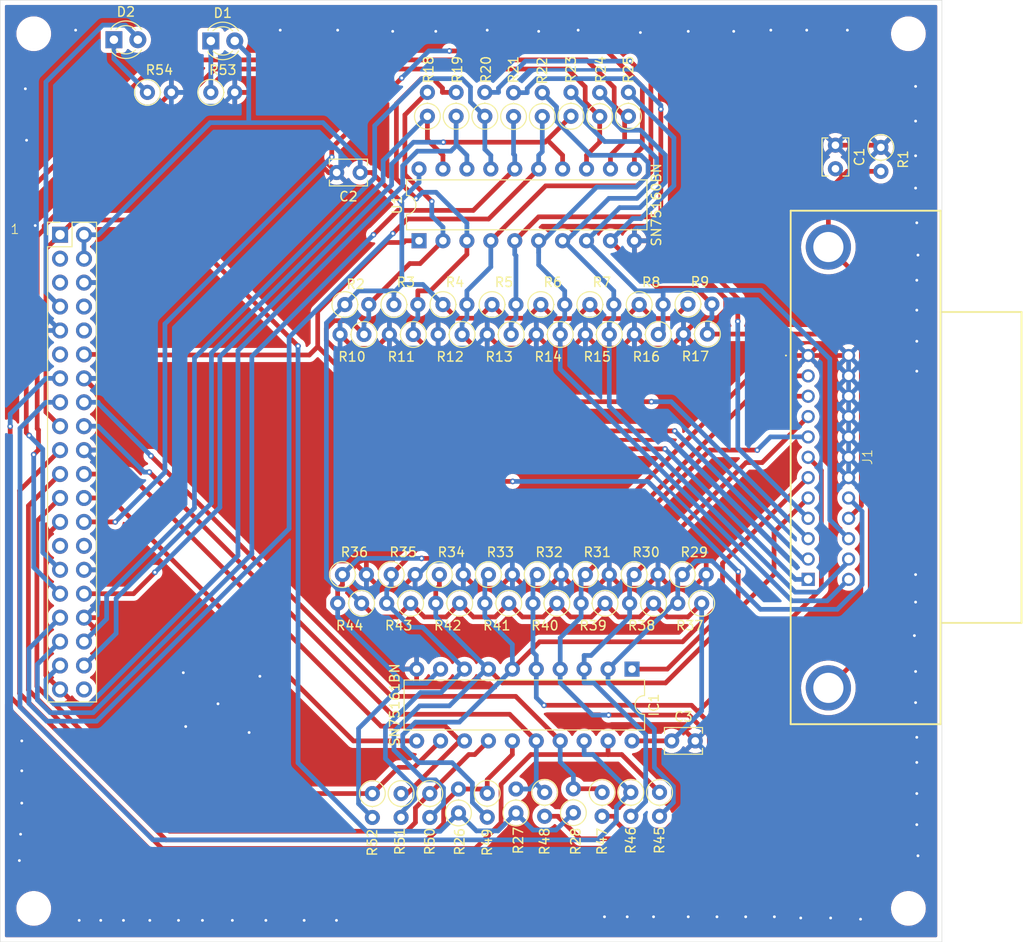
<source format=kicad_pcb>
(kicad_pcb (version 20240108) (generator "pcbnew") (generator_version "8.0")
  (layers (0 "F.Cu" signal) (31 "B.Cu" signal) (34 "B.Paste" user) (35 "F.Paste" user) (36 "B.SilkS" user "B.Silkscreen") (37 "F.SilkS" user "F.Silkscreen") (38 "B.Mask" user) (39 "F.Mask" user) (44 "Edge.Cuts" user))
  (net 0 "")
  (net 1 "GND")
  (net 2 "SHIELD")
  (net 3 "+5V")
  (net 4 "Net-(D1-K)")
  (net 5 "GPIO04")
  (net 6 "Net-(D2-K)")
  (net 7 "GPIO27")
  (net 8 "GPIO23")
  (net 9 "NDAC")
  (net 10 "GPIO08")
  (net 11 "ATN")
  (net 12 "GPIO09")
  (net 13 "GPIO24")
  (net 14 "GPIO11")
  (net 15 "NRFD")
  (net 16 "GPIO18")
  (net 17 "SRQ")
  (net 18 "IFC")
  (net 19 "GPIO10")
  (net 20 "GPIO22")
  (net 21 "REN")
  (net 22 "GPIO25")
  (net 23 "DAV")
  (net 24 "EOI")
  (net 25 "DIO07")
  (net 26 "DIO03")
  (net 27 "DIO01")
  (net 28 "DIO08")
  (net 29 "DIO02")
  (net 30 "DIO05")
  (net 31 "DIO06")
  (net 32 "DIO04")
  (net 33 "GPIO13")
  (net 34 "+3.3V")
  (net 35 "GPIO20")
  (net 37 "GPIO15")
  (net 38 "GPIO14")
  (net 39 "GPIO21")
  (net 40 "GPIO17")
  (net 41 "GPIO07")
  (net 42 "GPIO06")
  (net 43 "GPIO16")
  (net 45 "GPIO03")
  (net 46 "GPIO05")
  (net 47 "GPIO26")
  (net 48 "GPIO12")
  (net 49 "GPIO19")
  (net 50 "GPIO02")
  (footprint "Resistor_THT:R_Axial_DIN0207_L6.3mm_D2.5mm_P2.54mm_Vertical" (layer "F.Cu") (at 157.48 87.927 180)
    (property "Reference" "R13")
    (property "Value" "6.8k" (hide yes))
  )
  (footprint "Resistor_THT:R_Axial_DIN0207_L6.3mm_D2.5mm_P2.54mm_Vertical" (layer "F.Cu") (at 154.94 136.623 -90)
    (property "Reference" "R49")
    (property "Value" "100" (hide yes))
  )
  (footprint "Resistor_THT:R_Axial_DIN0207_L6.3mm_D2.5mm_P2.54mm_Vertical" (layer "F.Cu") (at 173.228 136.525 -90)
    (property "Reference" "R45")
    (property "Value" "100" (hide yes))
  )
  (footprint "Resistor_THT:R_Axial_DIN0207_L6.3mm_D2.5mm_P2.54mm_Vertical" (layer "F.Cu") (at 149.86 113.411)
    (property "Reference" "R34")
    (property "Value" "6.8k" (hide yes))
  )
  (footprint "MountingHole:MountingHole_3.2mm_M3" (layer "F.Cu") (at 199.644 148.844)
    (property "Reference" "H2" (hide yes))
    (property "Value" "MountingHole" (hide yes))
  )
  (footprint "Resistor_THT:R_Axial_DIN0207_L6.3mm_D2.5mm_P2.54mm_Vertical" (layer "F.Cu") (at 142.748 136.652 -90)
    (property "Reference" "R52")
    (property "Value" "100" (hide yes))
  )
  (footprint "KiCad-Centronics24M:Centronics_24M" (layer "F.Cu") (at 206.294 100.941 90)
    (property "Reference" "J1")
    (property "Value" "Centronics_24M")
  )
  (footprint "Resistor_THT:R_Axial_DIN0207_L6.3mm_D2.5mm_P2.54mm_Vertical" (layer "F.Cu") (at 157.988 138.713 90)
    (property "Reference" "R27")
    (property "Value" "15k" (hide yes))
  )
  (footprint "Resistor_THT:R_Axial_DIN0207_L6.3mm_D2.5mm_P2.54mm_Vertical" (layer "F.Cu") (at 146.812 116.459 180)
    (property "Reference" "R43")
    (property "Value" "3.3k" (hide yes))
  )
  (footprint "Resistor_THT:R_Axial_DIN0207_L6.3mm_D2.5mm_P2.54mm_Vertical" (layer "F.Cu") (at 145.034 84.752)
    (property "Reference" "R3")
    (property "Value" "3.3k" (hide yes))
  )
  (footprint "LED_THT:LED_D3.0mm" (layer "F.Cu") (at 115.316 56.642)
    (property "Reference" "D2")
    (property "Value" "ACT" (hide yes))
  )
  (footprint "Resistor_THT:R_Axial_DIN0207_L6.3mm_D2.5mm_P2.54mm_Vertical" (layer "F.Cu") (at 167.444 116.459 180)
    (property "Reference" "R39")
    (property "Value" "3.3k" (hide yes))
  )
  (footprint "Capacitor_THT:C_Disc_D3.8mm_W2.6mm_P2.50mm" (layer "F.Cu") (at 141.458 70.739 180)
    (property "Reference" "C2")
    (property "Value" "220n" (hide yes))
  )
  (footprint "Resistor_THT:R_Axial_DIN0207_L6.3mm_D2.5mm_P2.54mm_Vertical" (layer "F.Cu") (at 175.641 113.411)
    (property "Reference" "R29")
    (property "Value" "6.8k" (hide yes))
  )
  (footprint "Package_DIP:DIP-20_W7.62mm" (layer "F.Cu") (at 147.701 77.978 90)
    (property "Reference" "U1")
    (property "Value" "SN75160BN")
  )
  (footprint "Resistor_THT:R_Axial_DIN0207_L6.3mm_D2.5mm_P2.54mm_Vertical" (layer "F.Cu") (at 157.226 116.459 180)
    (property "Reference" "R41")
    (property "Value" "3.3k" (hide yes))
  )
  (footprint "MountingHole:MountingHole_3.2mm_M3" (layer "F.Cu") (at 106.807 148.844)
    (property "Reference" "H4" (hide yes))
    (property "Value" "MountingHole" (hide yes))
  )
  (footprint "Resistor_THT:R_Axial_DIN0207_L6.3mm_D2.5mm_P2.54mm_Vertical" (layer "F.Cu") (at 118.872 62.23)
    (property "Reference" "R54")
    (property "Value" "3.3k" (hide yes))
  )
  (footprint "Resistor_THT:R_Axial_DIN0207_L6.3mm_D2.5mm_P2.54mm_Vertical" (layer "F.Cu") (at 141.605 116.459 180)
    (property "Reference" "R44")
    (property "Value" "3.3k" (hide yes))
  )
  (footprint "Resistor_THT:R_Axial_DIN0207_L6.3mm_D2.5mm_P2.54mm_Vertical" (layer "F.Cu") (at 155.448 84.752)
    (property "Reference" "R5")
    (property "Value" "3.3k" (hide yes))
  )
  (footprint "Resistor_THT:R_Axial_DIN0207_L6.3mm_D2.5mm_P2.54mm_Vertical" (layer "F.Cu") (at 170.18 136.525 -90)
    (property "Reference" "R46")
    (property "Value" "100" (hide yes))
  )
  (footprint "Resistor_THT:R_Axial_DIN0207_L6.3mm_D2.5mm_P2.54mm_Vertical" (layer "F.Cu") (at 144.751 113.411)
    (property "Reference" "R35")
    (property "Value" "6.8k" (hide yes))
  )
  (footprint "Resistor_THT:R_Axial_DIN0207_L6.3mm_D2.5mm_P2.54mm_Vertical" (layer "F.Cu") (at 139.827 84.752)
    (property "Reference" "R2")
    (property "Value" "3.3k" (hide yes))
  )
  (footprint "Capacitor_THT:C_Disc_D3.8mm_W2.6mm_P2.50mm" (layer "F.Cu") (at 191.897 67.838 -90)
    (property "Reference" "C1")
    (property "Value" "47n" (hide yes))
  )
  (footprint "Resistor_THT:R_Axial_DIN0207_L6.3mm_D2.5mm_P2.54mm_Vertical" (layer "F.Cu") (at 165.833 84.752)
    (property "Reference" "R7")
    (property "Value" "3.3k" (hide yes))
  )
  (footprint "Resistor_THT:R_Axial_DIN0207_L6.3mm_D2.5mm_P2.54mm_Vertical" (layer "F.Cu") (at 161.036 136.525 -90)
    (property "Reference" "R48")
    (property "Value" "100" (hide yes))
  )
  (footprint "Resistor_THT:R_Axial_DIN0207_L6.3mm_D2.5mm_P2.54mm_Vertical" (layer "F.Cu") (at 173.101 87.927 180)
    (property "Reference" "R16")
    (property "Value" "6.8k" (hide yes))
  )
  (footprint "MountingHole:MountingHole_3.2mm_M3" (layer "F.Cu") (at 199.644 56.007)
    (property "Reference" "H1" (hide yes))
    (property "Value" "MountingHole" (hide yes))
  )
  (footprint "Resistor_THT:R_Axial_DIN0207_L6.3mm_D2.5mm_P2.54mm_Vertical" (layer "F.Cu") (at 166.878 64.799 90)
    (property "Reference" "R24")
    (property "Value" "100" (hide yes))
  )
  (footprint "Resistor_THT:R_Axial_DIN0207_L6.3mm_D2.5mm_P2.54mm_Vertical" (layer "F.Cu") (at 165.354 113.411)
    (property "Reference" "R31")
    (property "Value" "6.8k" (hide yes))
  )
  (footprint "Resistor_THT:R_Axial_DIN0207_L6.3mm_D2.5mm_P2.54mm_Vertical" (layer "F.Cu") (at 147.095 87.927 180)
    (property "Reference" "R11")
    (property "Value" "6.8k" (hide yes))
  )
  (footprint "Resistor_THT:R_Axial_DIN0207_L6.3mm_D2.5mm_P2.54mm_Vertical" (layer "F.Cu") (at 162.335 116.459 180)
    (property "Reference" "R40")
    (property "Value" "3.3k" (hide yes))
  )
  (footprint "Resistor_THT:R_Axial_DIN0207_L6.3mm_D2.5mm_P2.54mm_Vertical" (layer "F.Cu") (at 196.723 68.072 -90)
    (property "Reference" "R1")
    (property "Value" "33" (hide yes))
  )
  (footprint "Resistor_THT:R_Axial_DIN0207_L6.3mm_D2.5mm_P2.54mm_Vertical" (layer "F.Cu") (at 178.308 87.884 180)
    (property "Reference" "R17")
    (property "Value" "6.8k" (hide yes))
  )
  (footprint "Resistor_THT:R_Axial_DIN0207_L6.3mm_D2.5mm_P2.54mm_Vertical" (layer "F.Cu") (at 148.59 64.77 90)
    (property "Reference" "R18")
    (property "Value" "100" (hide yes))
  )
  (footprint "Package_DIP:DIP-20_W7.62mm" (layer "F.Cu") (at 170.307 123.444 -90)
    (property "Reference" "IC1")
    (property "Value" "SN75161BN")
  )
  (footprint "Resistor_THT:R_Axial_DIN0207_L6.3mm_D2.5mm_P2.54mm_Vertical" (layer "F.Cu") (at 157.734 64.799 90)
    (property "Reference" "R21")
    (property "Value" "100" (hide yes))
  )
  (footprint "Resistor_THT:R_Axial_DIN0207_L6.3mm_D2.5mm_P2.54mm_Vertical" (layer "F.Cu") (at 125.603 62.23)
    (property "Reference" "R53")
    (property "Value" "3.3k" (hide yes))
  )
  (footprint "Resistor_THT:R_Axial_DIN0207_L6.3mm_D2.5mm_P2.54mm_Vertical" (layer "F.Cu") (at 167.894 87.927 180)
    (property "Reference" "R15")
    (property "Value" "6.8k" (hide yes))
  )
  (footprint "Resistor_THT:R_Axial_DIN0207_L6.3mm_D2.5mm_P2.54mm_Vertical" (layer "F.Cu") (at 151.892 138.713 90)
    (property "Reference" "R26")
    (property "Value" "15k" (hide yes))
  )
  (footprint "Resistor_THT:R_Axial_DIN0207_L6.3mm_D2.5mm_P2.54mm_Vertical" (layer "F.Cu") (at 152.273 87.927 180)
    (property "Reference" "R12")
    (property "Value" "6.8k" (hide yes))
  )
  (footprint "Resistor_THT:R_Axial_DIN0207_L6.3mm_D2.5mm_P2.54mm_Vertical" (layer "F.Cu") (at 154.686 64.77 90)
    (property "Reference" "R20")
    (property "Value" "100" (hide yes))
  )
  (footprint "Resistor_THT:R_Axial_DIN0207_L6.3mm_D2.5mm_P2.54mm_Vertical" (layer "F.Cu") (at 160.782 64.799 90)
    (property "Reference" "R22")
    (property "Value" "100" (hide yes))
  )
  (footprint "Resistor_THT:R_Axial_DIN0207_L6.3mm_D2.5mm_P2.54mm_Vertical" (layer "F.Cu") (at 163.83 64.77 90)
    (property "Reference" "R23")
    (property "Value" "100" (hide yes))
  )
  (footprint "Resistor_THT:R_Axial_DIN0207_L6.3mm_D2.5mm_P2.54mm_Vertical" (layer "F.Cu") (at 164.084 138.684 90)
    (property "Reference" "R28")
    (property "Value" "15k" (hide yes))
  )
  (footprint "Resistor_THT:R_Axial_DIN0207_L6.3mm_D2.5mm_P2.54mm_Vertical" (layer "F.Cu") (at 155.067 113.411)
    (property "Reference" "R33")
    (property "Value" "6.8k" (hide yes))
  )
  (footprint "Capacitor_THT:C_Disc_D3.8mm_W2.6mm_P2.50mm" (layer "F.Cu") (at 174.518 131.064)
    (property "Reference" "C3")
    (property "Value" "220n" (hide yes))
  )
  (footprint "Resistor_THT:R_Axial_DIN0207_L6.3mm_D2.5mm_P2.54mm_Vertical" (layer "F.Cu") (at 152.019 116.459 180)
    (property "Reference" "R42")
    (property "Value" "3.3k" (hide yes))
  )
  (footprint "Resistor_THT:R_Axial_DIN0207_L6.3mm_D2.5mm_P2.54mm_Vertical" (layer "F.Cu") (at 167.132 136.525 -90)
    (property "Reference" "R47")
    (property "Value" "100" (hide yes))
  )
  (footprint "Resistor_THT:R_Axial_DIN0207_L6.3mm_D2.5mm_P2.54mm_Vertical" (layer "F.Cu") (at 170.532 113.411)
    (property "Reference" "R30")
    (property "Value" "6.8k" (hide yes))
  )
  (footprint "Resistor_THT:R_Axial_DIN0207_L6.3mm_D2.5mm_P2.54mm_Vertical" (layer "F.Cu") (at 148.844 136.652 -90)
    (property "Reference" "R50")
    (property "Value" "100" (hide yes))
  )
  (footprint "MountingHole:MountingHole_3.2mm_M3" (layer "F.Cu") (at 106.807 56.007)
    (property "Reference" "H3" (hide yes))
    (property "Value" "MountingHole" (hide yes))
  )
  (footprint "Resistor_THT:R_Axial_DIN0207_L6.3mm_D2.5mm_P2.54mm_Vertical" (layer "F.Cu") (at 151.638 64.77 90)
    (property "Reference" "R19")
    (property "Value" "100" (hide yes))
  )
  (footprint "Resistor_THT:R_Axial_DIN0207_L6.3mm_D2.5mm_P2.54mm_Vertical" (layer "F.Cu") (at 162.687 87.927 180)
    (property "Reference" "R14")
    (property "Value" "6.8k" (hide yes))
  )
  (footprint "Resistor_THT:R_Axial_DIN0207_L6.3mm_D2.5mm_P2.54mm_Vertical" (layer "F.Cu") (at 171.069 84.752)
    (property "Reference" "R8")
    (property "Value" "3.3k" (hide yes))
  )
  (footprint "Resistor_THT:R_Axial_DIN0207_L6.3mm_D2.5mm_P2.54mm_Vertical" (layer "F.Cu") (at 139.573 113.411)
    (property "Reference" "R36")
    (property "Value" "6.8k" (hide yes))
  )
  (footprint "Connector_PinHeader_2.54mm:PinHeader_2x20_P2.54mm_Vertical" (layer "F.Cu") (at 109.601 77.343)
    (property "Reference" "J2" (hide yes))
    (property "Value" "Raspberry_Pi_4" (hide yes))
  )
  (footprint "Resistor_THT:R_Axial_DIN0207_L6.3mm_D2.5mm_P2.54mm_Vertical" (layer "F.Cu") (at 169.926 64.77 90)
    (property "Reference" "R25")
    (property "Value" "100" (hide yes))
  )
  (footprint "Resistor_THT:R_Axial_DIN0207_L6.3mm_D2.5mm_P2.54mm_Vertical" (layer "F.Cu") (at 160.626 84.752)
    (property "Reference" "R6")
    (property "Value" "3.3k" (hide yes))
  )
  (footprint "Resistor_THT:R_Axial_DIN0207_L6.3mm_D2.5mm_P2.54mm_Vertical" (layer "F.Cu") (at 150.241 84.752)
    (property "Reference" "R4")
    (property "Value" "3.3k" (hide yes))
  )
  (footprint "Resistor_THT:R_Axial_DIN0207_L6.3mm_D2.5mm_P2.54mm_Vertical" (layer "F.Cu") (at 145.796 136.652 -90)
    (property "Reference" "R51")
    (property "Value" "100" (hide yes))
  )
  (footprint "Resistor_THT:R_Axial_DIN0207_L6.3mm_D2.5mm_P2.54mm_Vertical" (layer "F.Cu") (at 160.245 113.411)
    (property "Reference" "R32")
    (property "Value" "6.8k" (hide yes))
  )
  (footprint "Resistor_THT:R_Axial_DIN0207_L6.3mm_D2.5mm_P2.54mm_Vertical" (layer "F.Cu") (at 177.702 116.459 180)
    (property "Reference" "R37")
    (property "Value" "3.3k" (hide yes))
  )
  (footprint "Resistor_THT:R_Axial_DIN0207_L6.3mm_D2.5mm_P2.54mm_Vertical" (layer "F.Cu") (at 172.593 116.459 180)
    (property "Reference" "R38")
    (property "Value" "3.3k" (hide yes))
  )
  (footprint "Resistor_THT:R_Axial_DIN0207_L6.3mm_D2.5mm_P2.54mm_Vertical" (layer "F.Cu") (at 176.247 84.709)
    (property "Reference" "R9")
    (property "Value" "3.3k" (hide yes))
  )
  (footprint "Resistor_THT:R_Axial_DIN0207_L6.3mm_D2.5mm_P2.54mm_Vertical" (layer "F.Cu") (at 141.859 87.927 180)
    (property "Reference" "R10")
    (property "Value" "6.8k" (hide yes))
  )
  (footprint "LED_THT:LED_D3.0mm" (layer "F.Cu") (at 125.603 56.769)
    (property "Reference" "D1")
    (property "Value" "PWR" (hide yes))
  )
  (gr_line (start 203.2 152.4) (end 103.251 152.4) (stroke (width 0.05)) (layer "Edge.Cuts"))
  (gr_line (start 203.2 52.451) (end 203.2 152.4) (stroke (width 0.05)) (layer "Edge.Cuts"))
  (gr_line (start 103.251 152.4) (end 103.251 52.451) (stroke (width 0.05)) (layer "Edge.Cuts"))
  (gr_line (start 103.251 52.451) (end 203.2 52.451) (stroke (width 0.05)) (layer "Edge.Cuts"))
  (gr_text "1" (at 104.267 77.343 0) (layer "F.SilkS") (effects (font (size 1 1) (thickness 0.1)) (justify left bottom)))
  (segment (start 112.141 92.583) (end 114.0187 94.4607) (width 0.5) (layer "F.Cu") (net 1))
  (segment (start 156.3902 89.3772) (end 158.6968 89.3772) (width 0.5) (layer "F.Cu") (net 1))
  (segment (start 124.1135 99.8254) (end 114.0187 99.8254) (width 0.5) (layer "F.Cu") (net 1))
  (segment (start 118.6825 64.3165) (end 119.3255 64.3165) (width 0.5) (layer "F.Cu") (net 1))
  (segment (start 108.0853 124.0873) (end 108.0853 109.3387) (width 0.5) (layer "F.Cu") (net 1))
  (segment (start 174.2726 89.3794) (end 175.768 87.884) (width 0.5) (layer "F.Cu") (net 1))
  (segment (start 138.9483 111.9608) (end 140.6628 111.9608) (width 0.5) (layer "F.Cu") (net 1))
  (segment (start 180.2506 85.3026) (end 179.394 86.1592) (width 0.5) (layer "F.Cu") (net 1))
  (segment (start 137.5986 113.3105) (end 138.9483 111.9608) (width 0.5) (layer "F.Cu") (net 1))
  (segment (start 108.0853 109.3387) (end 109.601 107.823) (width 0.5) (layer "F.Cu") (net 1))
  (segment (start 112.141 100.203) (end 113.6411 100.203) (width 0.5) (layer "F.Cu") (net 1))
  (segment (start 156.1568 114.8612) (end 153.8502 114.8612) (width 0.5) (layer "F.Cu") (net 1))
  (segment (start 143.085 89.397) (end 144.555 87.927) (width 0.5) (layer "F.Cu") (net 1))
  (segment (start 171.6218 114.8612) (end 169.3442 114.8612) (width 0.5) (layer "F.Cu") (net 1))
  (segment (start 112.7101 127.1609) (end 111.1589 127.1609) (width 0.5) (layer "F.Cu") (net 1))
  (segment (start 193.294 90.161) (end 189.004 90.161) (width 0.5) (layer "F.Cu") (net 1))
  (segment (start 174.5222 114.8612) (end 173.072 113.411) (width 0.5) (layer "F.Cu") (net 1))
  (segment (start 180.2506 84.1123) (end 180.2506 85.3026) (width 0.5) (layer "F.Cu") (net 1))
  (segment (start 161.3348 114.8612) (end 162.785 113.411) (width 0.5) (layer "F.Cu") (net 1))
  (segment (start 109.601 125.603) (end 108.0853 124.0873) (width 0.5) (layer "F.Cu") (net 1))
  (segment (start 169.3442 114.8612) (end 167.894 113.411) (width 0.5) (layer "F.Cu") (net 1))
  (segment (start 137.5986 113.3105) (end 124.1135 99.8254) (width 0.5) (layer "F.Cu") (net 1))
  (segment (start 157.607 113.411) (end 156.1568 114.8612) (width 0.5) (layer "F.Cu") (net 1))
  (segment (start 153.8502 114.8612) (end 152.4 113.411) (width 0.5) (layer "F.Cu") (net 1))
  (segment (start 154.94 87.927) (end 156.3902 89.3772) (width 0.5) (layer "F.Cu") (net 1))
  (segment (start 143.5632 114.8612) (end 142.113 113.411) (width 0.5) (layer "F.Cu") (net 1))
  (segment (start 164.2352 114.8612) (end 162.785 113.411) (width 0.5) (layer "F.Cu") (net 1))
  (segment (start 160.147 87.927) (end 161.5972 89.3772) (width 0.5) (layer "F.Cu") (net 1))
  (segment (start 173.072 113.411) (end 171.6218 114.8612) (width 0.5) (layer "F.Cu") (net 1))
  (segment (start 172.0134 89.3794) (end 174.2726 89.3794) (width 0.5) (layer "F.Cu") (net 1))
  (segment (start 178.045 90.161) (end 175.768 87.884) (width 0.5) (layer "F.Cu") (net 1))
  (segment (start 170.561 77.978) (end 174.1163 77.978) (width 0.5) (layer "F.Cu") (net 1))
  (segment (start 106.9627 76.3665) (end 106.9627 76.0363) (width 0.5) (layer "F.Cu") (net 1))
  (segment (start 158.6968 89.3772) (end 160.147 87.927) (width 0.5) (layer "F.Cu") (net 1))
  (segment (start 147.291 113.411) (end 145.8408 114.8612) (width 0.5) (layer "F.Cu") (net 1))
  (segment (start 163.9038 89.3772) (end 165.354 87.927) (width 0.5) (layer "F.Cu") (net 1))
  (segment (start 140.789 89.397) (end 143.085 89.397) (width 0.5) (layer "F.Cu") (net 1))
  (segment (start 128.143 62.23) (end 129.5931 62.23) (width 0.5) (layer "F.Cu") (net 1))
  (segment (start 140.6628 111.9608) (end 142.113 113.411) (width 0.5) (layer "F.Cu") (net 1))
  (segment (start 147.447 123.444) (end 143.967 123.444) (width 0.5) (layer "F.Cu") (net 1))
  (segment (start 138.1021 70.739) (end 138.958 70.739) (width 0.5) (layer "F.Cu") (net 1))
  (segment (start 170.561 87.927) (end 172.0134 89.3794) (width 0.5) (layer "F.Cu") (net 1))
  (segment (start 196.489 67.838) (end 196.723 68.072) (width 0.5) (layer "F.Cu") (net 1))
  (segment (start 114.0187 94.4607) (end 114.0187 99.8254) (width 0.5) (layer "F.Cu") (net 1))
  (segment (start 174.1163 77.978) (end 180.2506 84.1123) (width 0.5) (layer "F.Cu") (net 1))
  (segment (start 137.5986 117.0756) (end 137.5986 113.3105) (width 0.5) (layer "F.Cu") (net 1))
  (segment (start 166.4438 114.8612) (end 164.2352 114.8612) (width 0.5) (layer "F.Cu") (net 1))
  (segment (start 106.9627 76.0363) (end 118.6825 64.3165) (width 0.5) (layer "F.Cu") (net 1))
  (segment (start 166.8042 89.3772) (end 169.1108 89.3772) (width 0.5) (layer "F.Cu") (net 1))
  (segment (start 165.354 87.927) (end 166.8042 89.3772) (width 0.5) (layer "F.Cu") (net 1))
  (segment (start 157.607 113.411) (end 159.0572 114.8612) (width 0.5) (layer "F.Cu") (net 1))
  (segment (start 178.181 113.411) (end 176.7308 114.8612) (width 0.5) (layer "F.Cu") (net 1))
  (segment (start 176.7308 114.8612) (end 174.5222 114.8612) (width 0.5) (layer "F.Cu") (net 1))
  (segment (start 177.4928 86.1592) (end 175.768 87.884) (width 0.5) (layer "F.Cu") (net 1))
  (segment (start 114.0187 99.8254) (end 113.6411 100.203) (width 0.5) (layer "F.Cu") (net 1))
  (segment (start 169.1108 89.3772) (end 170.561 87.927) (width 0.5) (layer "F.Cu") (net 1))
  (segment (start 159.0572 114.8612) (end 161.3348 114.8612) (width 0.5) (layer "F.Cu") (net 1))
  (segment (start 189.004 90.161) (end 178.045 90.161) (width 0.5) (layer "F.Cu") (net 1))
  (segment (start 179.394 86.1592) (end 177.4928 86.1592) (width 0.5) (layer "F.Cu") (net 1))
  (segment (start 145.8408 114.8612) (end 143.5632 114.8612) (width 0.5) (layer "F.Cu") (net 1))
  (segment (start 119.3255 64.3165) (end 121.412 62.23) (width 0.5) (layer "F.Cu") (net 1))
  (segment (start 112.141 117.983) (end 113.6979 119.5399) (width 0.5) (layer "F.Cu") (net 1))
  (segment (start 113.6979 126.1731) (end 112.7101 127.1609) (width 0.5) (layer "F.Cu") (net 1))
  (segment (start 161.5972 89.3772) (end 163.9038 89.3772) (width 0.5) (layer "F.Cu") (net 1))
  (segment (start 129.5931 62.23) (end 138.1021 70.739) (width 0.5) (layer "F.Cu") (net 1))
  (segment (start 167.894 113.411) (end 166.4438 114.8612) (width 0.5) (layer "F.Cu") (net 1))
  (segment (start 111.1589 127.1609) (end 109.601 125.603) (width 0.5) (layer "F.Cu") (net 1))
  (segment (start 139.319 87.927) (end 140.789 89.397) (width 0.5) (layer "F.Cu") (net 1))
  (segment (start 191.897 67.838) (end 196.489 67.838) (width 0.5) (layer "F.Cu") (net 1))
  (segment (start 113.6979 119.5399) (end 113.6979 126.1731) (width 0.5) (layer "F.Cu") (net 1))
  (segment (start 143.967 123.444) (end 137.5986 117.0756) (width 0.5) (layer "F.Cu") (net 1))
  (via (at 105.41 140.97) (size 0.6) (drill 0.3) (layers "F.Cu" "B.Cu") (net 1))
  (via (at 185.039 55.626) (size 0.6) (drill 0.3) (layers "F.Cu" "B.Cu") (net 1))
  (via (at 200.406 68.961) (size 0.6) (drill 0.3) (layers "F.Cu" "B.Cu") (net 1))
  (via (at 149.479 55.753) (size 0.6) (drill 0.3) (layers "F.Cu" "B.Cu") (net 1))
  (via (at 188.214 149.86) (size 0.6) (drill 0.3) (layers "F.Cu" "B.Cu") (net 1))
  (via (at 106.9627 76.3665) (size 0.6) (drill 0.3) (layers "F.Cu" "B.Cu") (net 1))
  (via (at 105.537 131.064) (size 0.6) (drill 0.3) (layers "F.Cu" "B.Cu") (net 1))
  (via (at 116.332 150.114) (size 0.6) (drill 0.3) (layers "F.Cu" "B.Cu") (net 1))
  (via (at 105.918 61.849) (size 0.6) (drill 0.3) (layers "F.Cu" "B.Cu") (net 1))
  (via (at 200.406 65.278) (size 0.6) (drill 0.3) (layers "F.Cu" "B.Cu") (net 1))
  (via (at 200.533 88.646) (size 0.6) (drill 0.3) (layers "F.Cu" "B.Cu") (net 1))
  (via (at 200.533 139.954) (size 0.6) (drill 0.3) (layers "F.Cu" "B.Cu") (net 1))
  (via (at 106.045 67.31) (size 0.6) (drill 0.3) (layers "F.Cu" "B.Cu") (net 1))
  (via (at 200.66 79.502) (size 0.6) (drill 0.3) (layers "F.Cu" "B.Cu") (net 1))
  (via (at 111.633 150.114) (size 0.6) (drill 0.3) (layers "F.Cu" "B.Cu") (net 1))
  (via (at 105.537 137.668) (size 0.6) (drill 0.3) (layers "F.Cu" "B.Cu") (net 1))
  (via (at 105.283 143.764) (size 0.6) (drill 0.3) (layers "F.Cu" "B.Cu") (net 1))
  (via (at 181.102 55.753) (size 0.6) (drill 0.3) (layers "F.Cu" "B.Cu") (net 1))
  (via (at 176.276 149.733) (size 0.6) (drill 0.3) (layers "F.Cu" "B.Cu") (net 1))
  (via (at 113.919 150.114) (size 0.6) (drill 0.3) (layers "F.Cu" "B.Cu") (net 1))
  (via (at 200.406 127) (size 0.6) (drill 0.3) (layers "F.Cu" "B.Cu") (net 1))
  (via (at 127.889 150.114) (size 0.6) (drill 0.3) (layers "F.Cu" "B.Cu") (net 1))
  (via (at 200.279 119.888) (size 0.6) (drill 0.3) (layers "F.Cu" "B.Cu") (net 1))
  (via (at 200.533 76.073) (size 0.6) (drill 0.3) (layers "F.Cu" "B.Cu") (net 1))
  (via (at 144.907 55.753) (size 0.6) (drill 0.3) (layers "F.Cu" "B.Cu") (net 1))
  (via (at 138.938 150.114) (size 0.6) (drill 0.3) (layers "F.Cu" "B.Cu") (net 1))
  (via (at 169.799 149.733) (size 0.6) (drill 0.3) (layers "F.Cu" "B.Cu") (net 1))
  (via (at 200.533 133.35) (size 0.6) (drill 0.3) (layers "F.Cu" "B.Cu") (net 1))
  (via (at 200.406 72.39) (size 0.6) (drill 0.3) (layers "F.Cu" "B.Cu") (net 1))
  (via (at 182.372 149.733) (size 0.6) (drill 0.3) (layers "F.Cu" "B.Cu") (net 1))
  (via (at 200.533 82.169) (size 0.6) (drill 0.3) (layers "F.Cu" "B.Cu") (net 1))
  (via (at 167.386 149.733) (size 0.6) (drill 0.3) (layers "F.Cu" "B.Cu") (net 1))
  (via (at 200.406 113.411) (size 0.6) (drill 0.3) (layers "F.Cu" "B.Cu") (net 1))
  (via (at 124.714 150.114) (size 0.6) (drill 0.3) (layers "F.Cu" "B.Cu") (net 1))
  (via (at 132.969 55.626) (size 0.6) (drill 0.3) (layers "F.Cu" "B.Cu") (net 1))
  (via (at 185.42 149.733) (size 0.6) (drill 0.3) (layers "F.Cu" "B.Cu") (net 1))
  (via (at 193.167 55.626) (size 0.6) (drill 0.3) (layers "F.Cu" "B.Cu") (net 1))
  (via (at 111.252 55.626) (size 0.6) (drill 0.3) (layers "F.Cu" "B.Cu") (net 1))
  (via (at 130.81 124.206) (size 0.6) (drill 0.3) (layers "F.Cu" "B.Cu") (net 1))
  (via (at 172.593 149.733) (size 0.6) (drill 0.3) (layers "F.Cu" "B.Cu") (net 1))
  (via (at 126.365 127.127) (size 0.6) (drill 0.3) (layers "F.Cu" "B.Cu") (net 1))
  (via (at 164.592 55.626) (size 0.6) (drill 0.3) (layers "F.Cu" "B.Cu") (net 1))
  (via (at 160.401 55.753) (size 0.6) (drill 0.3) (layers "F.Cu" "B.Cu") (net 1))
  (via (at 188.849 55.626) (size 0.6) (drill 0.3) (layers "F.Cu" "B.Cu") (net 1))
  (via (at 122.174 150.114) (size 0.6) (drill 0.3) (layers "F.Cu" "B.Cu") (net 1))
  (via (at 122.682 123.825) (size 0.6) (drill 0.3) (layers "F.Cu" "B.Cu") (net 1))
  (via (at 191.389 149.86) (size 0.6) (drill 0.3) (layers "F.Cu" "B.Cu") (net 1))
  (via (at 200.533 91.821) (size 0.6) (drill 0.3) (layers "F.Cu" "B.Cu") (net 1))
  (via (at 200.406 61.595) (size 0.6) (drill 0.3) (layers "F.Cu" "B.Cu") (net 1))
  (via (at 194.564 149.987) (size 0.6) (drill 0.3) (layers "F.Cu" "B.Cu") (net 1))
  (via (at 200.533 130.683) (size 0.6) (drill 0.3) (layers "F.Cu" "B.Cu") (net 1))
  (via (at 105.537 134.239) (size 0.6) (drill 0.3) (layers "F.Cu" "B.Cu") (net 1))
  (via (at 119.126 150.114) (size 0.6) (drill 0.3) (layers "F.Cu" "B.Cu") (net 1))
  (via (at 139.065 55.626) (size 0.6) (drill 0.3) (layers "F.Cu" "B.Cu") (net 1))
  (via (at 135.509 150.114) (size 0.6) (drill 0.3) (layers "F.Cu" "B.Cu") (net 1))
  (via (at 176.276 55.753) (size 0.6) (drill 0.3) (layers "F.Cu" "B.Cu") (net 1))
  (via (at 179.324 149.733) (size 0.6) (drill 0.3) (layers "F.Cu" "B.Cu") (net 1))
  (via (at 171.196 55.88) (size 0.6) (drill 0.3) (layers "F.Cu" "B.Cu") (net 1))
  (via (at 131.445 150.114) (size 0.6) (drill 0.3) (layers "F.Cu" "B.Cu") (net 1))
  (via (at 200.533 85.344) (size 0.6) (drill 0.3) (layers "F.Cu" "B.Cu") (net 1))
  (via (at 200.406 116.332) (size 0.6) (drill 0.3) (layers "F.Cu" "B.Cu") (net 1))
  (via (at 200.66 143.256) (size 0.6) (drill 0.3) (layers "F.Cu" "B.Cu") (net 1))
  (via (at 154.94 55.626) (size 0.6) (drill 0.3) (layers "F.Cu" "B.Cu") (net 1))
  (via (at 122.936 129.54) (size 0.6) (drill 0.3) (layers "F.Cu" "B.Cu") (net 1))
  (via (at 129.667 130.175) (size 0.6) (drill 0.3) (layers "F.Cu" "B.Cu") (net 1))
  (via (at 200.533 136.652) (size 0.6) (drill 0.3) (layers "F.Cu" "B.Cu") (net 1))
  (via (at 200.406 123.698) (size 0.6) (drill 0.3) (layers "F.Cu" "B.Cu") (net 1))
  (segment (start 193.294 98.801) (end 193.294 100.961) (width 0.5) (layer "B.Cu") (net 1))
  (segment (start 149.733 87.927) (end 149.733 89.3771) (width 0.5) (layer "B.Cu") (net 1))
  (segment (start 149.733 89.3771) (end 146.0051 89.3771) (width 0.5) (layer "B.Cu") (net 1))
  (segment (start 127.9569 68.1072) (end 138.8262 68.1072) (width 0.5) (layer "B.Cu") (net 1))
  (segment (start 113.6411 92.583) (end 113.6411 82.423) (width 0.5) (layer "B.Cu") (net 1))
  (segment (start 112.141 92.583) (end 113.6411 92.583) (width 0.5) (layer "B.Cu") (net 1))
  (segment (start 152.1749 111.9608) (end 149.733 111.9608) (width 0.5) (layer "B.Cu") (net 1))
  (segment (start 113.6411 101.7031) (end 113.6411 112.903) (width 0.5) (layer "B.Cu") (net 1))
  (segment (start 128.143 62.23) (end 126.6727 63.7003) (width 0.5) (layer "B.Cu") (net 1))
  (segment (start 193.294 100.961) (end 193.294 103.121) (width 0.5) (layer "B.Cu") (net 1))
  (segment (start 109.601 87.503) (end 106.9627 84.8647) (width 0.5) (layer "B.Cu") (net 1))
  (segment (start 139.3953 70.3017) (end 138.958 70.739) (width 0.5) (layer "B.Cu") (net 1))
  (segment (start 178.181 113.411) (end 178.181 114.8611) (width 0.5) (layer "B.Cu") (net 1))
  (segment (start 179.1638 115.8439) (end 179.1638 128.9182) (width 0.5) (layer "B.Cu") (net 1))
  (segment (start 121.412 62.23) (end 122.8621 62.23) (width 0.5) (layer "B.Cu") (net 1))
  (segment (start 126.6727 63.7003) (end 124.3324 63.7003) (width 0.5) (layer "B.Cu") (net 1))
  (segment (start 112.141 112.903) (end 113.6411 112.903) (width 0.5) (layer "B.Cu") (net 1))
  (segment (start 147.5965 113.411) (end 149.0467 111.9608) (width 0.5) (layer "B.Cu") (net 1))
  (segment (start 196.723 68.072) (end 195.2561 69.5389) (width 0.5) (layer "B.Cu") (net 1))
  (segment (start 195.2561 88.1989) (end 193.294 90.161) (width 0.5) (layer "B.Cu") (net 1))
  (segment (start 193.294 94.481) (end 193.294 96.641) (width 0.5) (layer "B.Cu") (net 1))
  (segment (start 152.4 112.1859) (end 152.1749 111.9608) (width 0.5) (layer "B.Cu") (net 1))
  (segment (start 193.294 96.641) (end 193.294 98.801) (width 0.5) (layer "B.Cu") (net 1))
  (segment (start 112.141 82.423) (end 113.6411 82.423) (width 0.5) (layer "B.Cu") (net 1))
  (segment (start 153.4899 89.3771) (end 149.733 89.3771) (width 0.5) (layer "B.Cu") (net 1))
  (segment (start 178.181 114.8611) (end 179.1638 115.8439) (width 0.5) (layer "B.Cu") (net 1))
  (segment (start 113.6411 116.4829) (end 113.6411 112.903) (width 0.5) (layer "B.Cu") (net 1))
  (segment (start 112.141 117.983) (end 113.6411 116.4829) (width 0.5) (layer "B.Cu") (net 1))
  (segment (start 124.3324 63.7003) (end 122.8621 62.23) (width 0.5) (layer "B.Cu") (net 1))
  (segment (start 195.2561 69.5389) (end 195.2561 88.1989) (width 0.5) (layer "B.Cu") (net 1))
  (segment (start 152.4 113.411) (end 152.4 112.1859) (width 0.5) (layer "B.Cu") (net 1))
  (segment (start 112.141 100.203) (end 113.6411 101.7031) (width 0.5) (layer "B.Cu") (net 1))
  (segment (start 138.8262 68.1072) (end 139.3953 68.6763) (width 0.5) (layer "B.Cu") (net 1))
  (segment (start 193.294 92.321) (end 193.294 94.481) (width 0.5) (layer "B.Cu") (net 1))
  (segment (start 149.0467 111.9608) (end 149.733 111.9608) (width 0.5) (layer "B.Cu") (net 1))
  (segment (start 146.0051 89.3771) (end 144.555 87.927) (width 0.5) (layer "B.Cu") (net 1))
  (segment (start 147.291 113.411) (end 147.5965 113.411) (width 0.5) (layer "B.Cu") (net 1))
  (segment (start 193.294 90.161) (end 193.294 92.321) (width 0.5) (layer "B.Cu") (net 1))
  (segment (start 139.3953 68.6763) (end 139.3953 70.3017) (width 0.5) (layer "B.Cu") (net 1))
  (segment (start 113.6411 82.423) (end 127.9569 68.1072) (width 0.5) (layer "B.Cu") (net 1))
  (segment (start 106.9627 84.8647) (end 106.9627 76.3665) (width 0.5) (layer "B.Cu") (net 1))
  (segment (start 149.733 111.9608) (end 149.733 89.3771) (width 0.5) (layer "B.Cu") (net 1))
  (segment (start 154.94 87.927) (end 153.4899 89.3771) (width 0.5) (layer "B.Cu") (net 1))
  (segment (start 179.1638 128.9182) (end 177.018 131.064) (width 0.5) (layer "B.Cu") (net 1))
  (segment (start 192.6725 71.1135) (end 191.149 72.637) (width 0.5) (layer "F.Cu") (net 2))
  (segment (start 191.149 72.637) (end 191.149 78.646) (width 0.5) (layer "F.Cu") (net 2))
  (segment (start 195.5937 83.0907) (end 195.5937 120.9913) (width 0.5) (layer "F.Cu") (net 2))
  (segment (start 193.174 70.612) (end 192.6725 71.1135) (width 0.5) (layer "F.Cu") (net 2))
  (segment (start 196.723 70.612) (end 195.2729 70.612) (width 0.5) (layer "F.Cu") (net 2))
  (segment (start 195.5937 120.9913) (end 191.149 125.436) (width 0.5) (layer "F.Cu") (net 2))
  (segment (start 191.897 70.338) (end 192.6725 71.1135) (width 0.5) (layer "F.Cu") (net 2))
  (segment (start 195.2729 70.612) (end 193.174 70.612) (width 0.5) (layer "F.Cu") (net 2))
  (segment (start 191.149 78.646) (end 195.5937 83.0907) (width 0.5) (layer "F.Cu") (net 2))
  (segment (start 171.1428 117.9092) (end 172.593 116.459) (width 0.5) (layer "F.Cu") (net 3))
  (segment (start 150.241 84.752) (end 151.6912 86.2022) (width 0.5) (layer "F.Cu") (net 3))
  (segment (start 174.0432 117.9092) (end 172.593 116.459) (width 0.5) (layer "F.Cu") (net 3))
  (segment (start 172.5458 86.2288) (end 174.7272 86.2288) (width 0.5) (layer "F.Cu") (net 3))
  (segment (start 142.6891 70.739) (end 145.7133 73.7632) (width 0.5) (layer "F.Cu") (net 3))
  (segment (start 162.335 116.459) (end 163.7852 117.9092) (width 0.5) (layer "F.Cu") (net 3))
  (segment (start 171.069 84.752) (end 172.5458 86.2288) (width 0.5) (layer "F.Cu") (net 3))
  (segment (start 141.458 70.739) (end 142.6891 70.739) (width 0.5) (layer "F.Cu") (net 3))
  (segment (start 160.626 84.752) (end 159.1758 86.2022) (width 0.5) (layer "F.Cu") (net 3))
  (segment (start 160.626 84.752) (end 162.1154 86.2414) (width 0.5) (layer "F.Cu") (net 3))
  (segment (start 168.8942 117.9092) (end 171.1428 117.9092) (width 0.5) (layer "F.Cu") (net 3))
  (segment (start 157.226 116.459) (end 158.6762 117.9092) (width 0.5) (layer "F.Cu") (net 3))
  (segment (start 169.5796 86.2414) (end 171.069 84.752) (width 0.5) (layer "F.Cu") (net 3))
  (segment (start 157.226 116.459) (end 155.7758 117.9092) (width 0.5) (layer "F.Cu") (net 3))
  (segment (start 174.518 131.064) (end 170.307 131.064) (width 0.5) (layer "F.Cu") (net 3))
  (segment (start 145.3618 117.9092) (end 146.812 116.459) (width 0.5) (layer "F.Cu") (net 3))
  (segment (start 151.6912 86.2022) (end 153.9978 86.2022) (width 0.5) (layer "F.Cu") (net 3))
  (segment (start 162.1154 86.2414) (end 164.3436 86.2414) (width 0.5) (layer "F.Cu") (net 3))
  (segment (start 141.605 116.459) (end 143.0552 117.9092) (width 0.5) (layer "F.Cu") (net 3))
  (segment (start 148.2622 117.9092) (end 150.5688 117.9092) (width 0.5) (layer "F.Cu") (net 3))
  (segment (start 158.6762 117.9092) (end 160.8848 117.9092) (width 0.5) (layer "F.Cu") (net 3))
  (segment (start 167.3224 86.2414) (end 169.5796 86.2414) (width 0.5) (layer "F.Cu") (net 3))
  (segment (start 146.812 116.459) (end 148.2622 117.9092) (width 0.5) (layer "F.Cu") (net 3))
  (segment (start 156.8982 86.2022) (end 155.448 84.752) (width 0.5) (layer "F.Cu") (net 3))
  (segment (start 165.833 84.752) (end 167.3224 86.2414) (width 0.5) (layer "F.Cu") (net 3))
  (segment (start 160.8848 117.9092) (end 162.335 116.459) (width 0.5) (layer "F.Cu") (net 3))
  (segment (start 176.2518 117.9092) (end 174.0432 117.9092) (width 0.5) (layer "F.Cu") (net 3))
  (segment (start 164.3436 86.2414) (end 165.833 84.752) (width 0.5) (layer "F.Cu") (net 3))
  (segment (start 159.1758 86.2022) (end 156.8982 86.2022) (width 0.5) (layer "F.Cu") (net 3))
  (segment (start 150.5688 117.9092) (end 152.019 116.459) (width 0.5) (layer "F.Cu") (net 3))
  (segment (start 165.9938 117.9092) (end 167.444 116.459) (width 0.5) (layer "F.Cu") (net 3))
  (segment (start 155.7758 117.9092) (end 153.4692 117.9092) (width 0.5) (layer "F.Cu") (net 3))
  (segment (start 143.0552 117.9092) (end 145.3618 117.9092) (width 0.5) (layer "F.Cu") (net 3))
  (segment (start 153.4692 117.9092) (end 152.019 116.459) (width 0.5) (layer "F.Cu") (net 3))
  (segment (start 163.7852 117.9092) (end 165.9938 117.9092) (width 0.5) (layer "F.Cu") (net 3))
  (segment (start 167.444 116.459) (end 168.8942 117.9092) (width 0.5) (layer "F.Cu") (net 3))
  (segment (start 153.9978 86.2022) (end 155.448 84.752) (width 0.5) (layer "F.Cu") (net 3))
  (segment (start 177.702 116.459) (end 176.2518 117.9092) (width 0.5) (layer "F.Cu") (net 3))
  (segment (start 174.7272 86.2288) (end 176.247 84.709) (width 0.5) (layer "F.Cu") (net 3))
  (via (at 145.7133 73.7632) (size 0.6) (drill 0.3) (layers "F.Cu" "B.Cu") (net 3))
  (segment (start 145.8765 73.9264) (end 145.8765 82.6225) (width 0.5) (layer "B.Cu") (net 3))
  (segment (start 141.605 116.459) (end 140.1039 114.9579) (width 0.5) (layer "B.Cu") (net 3))
  (segment (start 145.8765 82.6225) (end 148.1115 82.6225) (width 0.5) (layer "B.Cu") (net 3))
  (segment (start 125.5405 65.4436) (end 129.6281 65.4436) (width 0.5) (layer "B.Cu") (net 3))
  (segment (start 112.141 77.343) (end 113.6411 77.343) (width 0.5) (layer "B.Cu") (net 3))
  (segment (start 140.1039 114.9579) (end 139.0655 114.9579) (width 0.5) (layer "B.Cu") (net 3))
  (segment (start 145.7133 73.7632) (end 145.8765 73.9264) (width 0.5) (layer "B.Cu") (net 3))
  (segment (start 147.701 70.358) (end 147.701 71.8081) (width 0.5) (layer "B.Cu") (net 3))
  (segment (start 137.8689 113.7613) (end 137.8689 86.7101) (width 0.5) (layer "B.Cu") (net 3))
  (segment (start 144.8708 83.3018) (end 145.034 83.465) (width 0.5) (layer "B.Cu") (net 3))
  (segment (start 113.6411 77.343) (end 125.5405 65.4436) (width 0.5) (layer "B.Cu") (net 3))
  (segment (start 129.6281 65.4436) (end 129.6281 58.2541) (width 0.5) (layer "B.Cu") (net 3))
  (segment (start 129.6281 58.2541) (end 128.143 56.769) (width 0.5) (layer "B.Cu") (net 3))
  (segment (start 141.2772 83.3018) (end 144.8708 83.3018) (width 0.5) (layer "B.Cu") (net 3))
  (segment (start 147.6684 71.8081) (end 145.7133 73.7632) (width 0.5) (layer "B.Cu") (net 3))
  (segment (start 177.702 116.459) (end 177.702 127.88) (width 0.5) (layer "B.Cu") (net 3))
  (segment (start 147.701 71.8081) (end 147.6684 71.8081) (width 0.5) (layer "B.Cu") (net 3))
  (segment (start 145.034 83.465) (end 145.034 84.752) (width 0.5) (layer "B.Cu") (net 3))
  (segment (start 148.1115 82.6225) (end 150.241 84.752) (width 0.5) (layer "B.Cu") (net 3))
  (segment (start 141.458 70.739) (end 141.458 69.4024) (width 0.5) (layer "B.Cu") (net 3))
  (segment (start 112.141 79.883) (end 112.141 77.343) (width 0.5) (layer "B.Cu") (net 3))
  (segment (start 137.4992 65.4436) (end 129.6281 65.4436) (width 0.5) (layer "B.Cu") (net 3))
  (segment (start 139.0655 114.9579) (end 137.8689 113.7613) (width 0.5) (layer "B.Cu") (net 3))
  (segment (start 139.827 84.752) (end 141.2772 83.3018) (width 0.5) (layer "B.Cu") (net 3))
  (segment (start 137.8689 86.7101) (end 139.827 84.752) (width 0.5) (layer "B.Cu") (net 3))
  (segment (start 145.8765 82.6225) (end 145.034 83.465) (width 0.5) (layer "B.Cu") (net 3))
  (segment (start 177.702 127.88) (end 174.518 131.064) (width 0.5) (layer "B.Cu") (net 3))
  (segment (start 141.458 69.4024) (end 137.4992 65.4436) (width 0.5) (layer "B.Cu") (net 3))
  (segment (start 125.603 56.769) (end 125.603 62.23) (width 0.5) (layer "B.Cu") (net 4))
  (segment (start 117.856 56.642) (end 117.856 56.4216) (width 0.5) (layer "B.Cu") (net 5))
  (segment (start 117.856 56.4216) (end 116.5262 55.0918) (width 0.5) (layer "B.Cu") (net 5))
  (segment (start 116.5262 55.0918) (end 114.1352 55.0918) (width 0.5) (layer "B.Cu") (net 5))
  (segment (start 108.1006 61.1264) (end 108.1006 83.4626) (width 0.5) (layer "B.Cu") (net 5))
  (segment (start 114.1352 55.0918) (end 108.1006 61.1264) (width 0.5) (layer "B.Cu") (net 5))
  (segment (start 108.1006 83.4626) (end 109.601 84.963) (width 0.5) (layer "B.Cu") (net 5))
  (segment (start 115.316 58.674) (end 118.872 62.23) (width 0.5) (layer "B.Cu") (net 6))
  (segment (start 115.316 56.642) (end 115.316 58.674) (width 0.5) (layer "B.Cu") (net 6))
  (segment (start 120.4186 142.4836) (end 153.6791 142.4836) (width 0.5) (layer "F.Cu") (net 7))
  (segment (start 156.4123 135.6677) (end 159.5659 132.5141) (width 0.5) (layer "F.Cu") (net 7))
  (segment (start 159.5659 132.5141) (end 167.767 132.5141) (width 0.5) (layer "F.Cu") (net 7))
  (segment (start 104.3071 97.6814) (end 104.3071 126.3721) (width 0.5) (layer "F.Cu") (net 7))
  (segment (start 153.6791 142.4836) (end 156.4123 139.7504) (width 0.5) (layer "F.Cu") (net 7))
  (segment (start 169.2171 132.5141) (end 173.228 136.525) (width 0.5) (layer "F.Cu") (net 7))
  (segment (start 104.3071 126.3721) (end 120.4186 142.4836) (width 0.5) (layer "F.Cu") (net 7))
  (segment (start 167.767 131.064) (end 167.767 132.5141) (width 0.5) (layer "F.Cu") (net 7))
  (segment (start 167.767 132.5141) (end 169.2171 132.5141) (width 0.5) (layer "F.Cu") (net 7))
  (segment (start 156.4123 139.7504) (end 156.4123 135.6677) (width 0.5) (layer "F.Cu") (net 7))
  (via (at 104.3071 97.6814) (size 0.6) (drill 0.3) (layers "F.Cu" "B.Cu") (net 7))
  (segment (start 104.3071 96.3768) (end 104.3071 97.6814) (width 0.5) (layer "B.Cu") (net 7))
  (segment (start 109.601 92.583) (end 108.1009 92.583) (width 0.5) (layer "B.Cu") (net 7))
  (segment (start 108.1009 92.583) (end 104.3071 96.3768) (width 0.5) (layer "B.Cu") (net 7))
  (segment (start 162.687 131.064) (end 157.9633 126.3403) (width 0.5) (layer "F.Cu") (net 8))
  (segment (start 157.9633 126.3403) (end 144.7761 126.3403) (width 0.5) (layer "F.Cu") (net 8))
  (segment (start 166.751 136.144) (end 167.132 136.525) (width 0.5) (layer "F.Cu") (net 8))
  (segment (start 144.7761 126.3403) (end 119.2516 100.8158) (width 0.5) (layer "F.Cu") (net 8))
  (segment (start 164.084 136.144) (end 166.751 136.144) (width 0.5) (layer "F.Cu") (net 8))
  (via (at 119.2516 100.8158) (size 0.6) (drill 0.3) (layers "F.Cu" "B.Cu") (net 8))
  (segment (start 162.687 133.2969) (end 164.084 134.6939) (width 0.5) (layer "B.Cu") (net 8))
  (segment (start 164.084 136.144) (end 164.084 134.6939) (width 0.5) (layer "B.Cu") (net 8))
  (segment (start 162.687 131.064) (end 162.687 133.2969) (width 0.5) (layer "B.Cu") (net 8))
  (segment (start 119.2516 100.8158) (end 113.6411 95.2053) (width 0.5) (layer "B.Cu") (net 8))
  (segment (start 112.141 95.123) (end 113.6411 95.123) (width 0.5) (layer "B.Cu") (net 8))
  (segment (start 113.6411 95.2053) (end 113.6411 95.123) (width 0.5) (layer "B.Cu") (net 8))
  (segment (start 168.5821 139.5908) (end 168.5821 139.065) (width 0.5) (layer "F.Cu") (net 9))
  (segment (start 178.5137 135.8832) (end 173.862 140.5349) (width 0.5) (layer "F.Cu") (net 9))
  (segment (start 178.5663 100.1987) (end 183.6009 100.1987) (width 0.5) (layer "F.Cu") (net 9))
  (segment (start 165.354 113.411) (end 178.5663 100.1987) (width 0.5) (layer "F.Cu") (net 9))
  (segment (start 176.3583 128.3226) (end 178.5137 130.478) (width 0.5) (layer "F.Cu") (net 9))
  (segment (start 167.132 139.065) (end 168.5821 139.065) (width 0.5) (layer "F.Cu") (net 9))
  (segment (start 178.5137 130.478) (end 178.5137 135.8832) (width 0.5) (layer "F.Cu") (net 9))
  (segment (start 169.5262 140.5349) (end 168.5821 139.5908) (width 0.5) (layer "F.Cu") (net 9))
  (segment (start 167.8218 128.3226) (end 176.3583 128.3226) (width 0.5) (layer "F.Cu") (net 9))
  (segment (start 173.862 140.5349) (end 169.5262 140.5349) (width 0.5) (layer "F.Cu") (net 9))
  (via (at 183.6009 100.1987) (size 0.6) (drill 0.3) (layers "F.Cu" "B.Cu") (net 9))
  (via (at 167.8218 128.3226) (size 0.6) (drill 0.3) (layers "F.Cu" "B.Cu") (net 9))
  (segment (start 164.904 113.861) (end 165.354 113.411) (width 0.5) (layer "B.Cu") (net 9))
  (segment (start 183.6009 100.1987) (end 184.9986 98.801) (width 0.5) (layer "B.Cu") (net 9))
  (segment (start 164.904 116.459) (end 164.904 117.9091) (width 0.5) (layer "B.Cu") (net 9))
  (segment (start 162.687 120.1261) (end 162.687 123.444) (width 0.5) (layer "B.Cu") (net 9))
  (segment (start 162.687 124.8941) (end 166.1155 128.3226) (width 0.5) (layer "B.Cu") (net 9))
  (segment (start 184.9986 98.801) (end 189.004 98.801) (width 0.5) (layer "B.Cu") (net 9))
  (segment (start 164.904 117.9091) (end 162.687 120.1261) (width 0.5) (layer "B.Cu") (net 9))
  (segment (start 162.687 123.444) (end 162.687 124.8941) (width 0.5) (layer "B.Cu") (net 9))
  (segment (start 166.1155 128.3226) (end 167.8218 128.3226) (width 0.5) (layer "B.Cu") (net 9))
  (segment (start 164.904 116.459) (end 164.904 113.861) (width 0.5) (layer "B.Cu") (net 9))
  (segment (start 112.141 105.283) (end 113.6411 105.283) (width 0.5) (layer "F.Cu") (net 10))
  (segment (start 114.955 105.283) (end 140.736 131.064) (width 0.5) (layer "F.Cu") (net 10))
  (segment (start 113.6411 105.283) (end 114.955 105.283) (width 0.5) (layer "F.Cu") (net 10))
  (segment (start 140.736 131.064) (end 147.447 131.064) (width 0.5) (layer "F.Cu") (net 10))
  (segment (start 149.1139 109.0481) (end 166.2125 109.0481) (width 0.5) (layer "F.Cu") (net 11))
  (segment (start 144.751 113.411) (end 149.1139 109.0481) (width 0.5) (layer "F.Cu") (net 11))
  (segment (start 182.9396 92.321) (end 189.004 92.321) (width 0.5) (layer "F.Cu") (net 11))
  (segment (start 166.2125 109.0481) (end 182.9396 92.321) (width 0.5) (layer "F.Cu") (net 11))
  (segment (start 144.751 113.411) (end 144.751 114.5299) (width 0.5) (layer "B.Cu") (net 11))
  (segment (start 144.272 116.459) (end 144.272 115.0089) (width 0.5) (layer "B.Cu") (net 11))
  (segment (start 147.2461 137.2526) (end 147.2461 136.0514) (width 0.5) (layer "B.Cu") (net 11))
  (segment (start 144.1363 132.9416) (end 144.1363 129.6532) (width 0.5) (layer "B.Cu") (net 11))
  (segment (start 145.7961 138.7026) (end 147.2461 137.2526) (width 0.5) (layer "B.Cu") (net 11))
  (segment (start 148.0886 119.0056) (end 146.8186 119.0056) (width 0.5) (layer "B.Cu") (net 11))
  (segment (start 146.8186 119.0056) (end 144.272 116.459) (width 0.5) (layer "B.Cu") (net 11))
  (segment (start 147.8604 125.9291) (end 150.042 125.9291) (width 0.5) (layer "B.Cu") (net 11))
  (segment (start 144.1363 129.6532) (end 147.8604 125.9291) (width 0.5) (layer "B.Cu") (net 11))
  (segment (start 150.042 125.9291) (end 150.042 125.929) (width 0.5) (layer "B.Cu") (net 11))
  (segment (start 147.2461 136.0514) (end 144.1363 132.9416) (width 0.5) (layer "B.Cu") (net 11))
  (segment (start 145.796 139.192) (end 145.796 138.7026) (width 0.5) (layer "B.Cu") (net 11))
  (segment (start 145.796 138.7026) (end 145.7961 138.7026) (width 0.5) (layer "B.Cu") (net 11))
  (segment (start 152.527 123.444) (end 148.0886 119.0056) (width 0.5) (layer "B.Cu") (net 11))
  (segment (start 150.042 125.929) (end 152.527 123.444) (width 0.5) (layer "B.Cu") (net 11))
  (segment (start 144.751 114.5299) (end 144.272 115.0089) (width 0.5) (layer "B.Cu") (net 11))
  (segment (start 148.844 136.652) (end 147.32 138.176) (width 0.5) (layer "F.Cu") (net 12))
  (segment (start 153.6168 132.5142) (end 152.9818 132.5142) (width 0.5) (layer "F.Cu") (net 12))
  (segment (start 106.2414 125.6563) (end 106.2414 106.1026) (width 0.5) (layer "F.Cu") (net 12))
  (segment (start 121.2403 140.6552) (end 106.2414 125.6563) (width 0.5) (layer "F.Cu") (net 12))
  (segment (start 155.067 131.064) (end 153.6168 132.5142) (width 0.5) (layer "F.Cu") (net 12))
  (segment (start 106.2414 106.1026) (end 109.601 102.743) (width 0.5) (layer "F.Cu") (net 12))
  (segment (start 147.32 138.176) (end 147.32 139.724) (width 0.5) (layer "F.Cu") (net 12))
  (segment (start 146.3888 140.6552) (end 121.2403 140.6552) (width 0.5) (layer "F.Cu") (net 12))
  (segment (start 147.32 139.724) (end 146.3888 140.6552) (width 0.5) (layer "F.Cu") (net 12))
  (segment (start 152.9818 132.5142) (end 148.844 136.652) (width 0.5) (layer "F.Cu") (net 12))
  (segment (start 144.7775 128.2381) (end 119.0764 102.537) (width 0.5) (layer "F.Cu") (net 13))
  (segment (start 160.147 131.064) (end 157.3211 128.2381) (width 0.5) (layer "F.Cu") (net 13))
  (segment (start 157.3211 128.2381) (end 144.7775 128.2381) (width 0.5) (layer "F.Cu") (net 13))
  (via (at 119.0764 102.537) (size 0.6) (drill 0.3) (layers "F.Cu" "B.Cu") (net 13))
  (segment (start 119.0764 102.537) (end 118.5151 102.537) (width 0.5) (layer "B.Cu") (net 13))
  (segment (start 157.988 136.173) (end 159.4381 136.173) (width 0.5) (layer "B.Cu") (net 13))
  (segment (start 160.147 135.4641) (end 160.0611 135.55) (width 0.5) (layer "B.Cu") (net 13))
  (segment (start 118.5151 102.537) (end 113.6411 97.663) (width 0.5) (layer "B.Cu") (net 13))
  (segment (start 112.141 97.663) (end 113.6411 97.663) (width 0.5) (layer "B.Cu") (net 13))
  (segment (start 161.036 136.525) (end 160.0611 135.55) (width 0.5) (layer "B.Cu") (net 13))
  (segment (start 160.0611 135.55) (end 159.4381 136.173) (width 0.5) (layer "B.Cu") (net 13))
  (segment (start 160.147 131.064) (end 160.147 132.5141) (width 0.5) (layer "B.Cu") (net 13))
  (segment (start 160.147 132.5141) (end 160.147 135.4641) (width 0.5) (layer "B.Cu") (net 13))
  (segment (start 107.1416 107.7424) (end 109.601 105.283) (width 0.5) (layer "F.Cu") (net 14))
  (segment (start 118.5257 136.652) (end 107.1416 125.2679) (width 0.5) (layer "F.Cu") (net 14))
  (segment (start 147.1751 133.8759) (end 145.5241 133.8759) (width 0.5) (layer "F.Cu") (net 14))
  (segment (start 145.5241 133.8759) (end 142.748 136.652) (width 0.5) (layer "F.Cu") (net 14))
  (segment (start 149.987 131.064) (end 147.1751 133.8759) (width 0.5) (layer "F.Cu") (net 14))
  (segment (start 142.748 136.652) (end 118.5257 136.652) (width 0.5) (layer "F.Cu") (net 14))
  (segment (start 107.1416 125.2679) (end 107.1416 107.7424) (width 0.5) (layer "F.Cu") (net 14))
  (segment (start 179.4139 130.0744) (end 177.319 127.9794) (width 0.5) (layer "F.Cu") (net 15))
  (segment (start 176.6245 127.285) (end 160.9675 127.285) (width 0.5) (layer "F.Cu") (net 15))
  (segment (start 177.319 127.9794) (end 190.4051 114.8933) (width 0.5) (layer "F.Cu") (net 15))
  (segment (start 179.4139 136.2561) (end 179.4139 130.0744) (width 0.5) (layer "F.Cu") (net 15))
  (segment (start 174.2152 141.4548) (end 179.4139 136.2561) (width 0.5) (layer "F.Cu") (net 15))
  (segment (start 161.036 139.065) (end 162.4861 139.065) (width 0.5) (layer "F.Cu") (net 15))
  (segment (start 190.4051 102.3621) (end 189.004 100.961) (width 0.5) (layer "F.Cu") (net 15))
  (segment (start 162.4861 139.065) (end 162.4861 139.1401) (width 0.5) (layer "F.Cu") (net 15))
  (segment (start 190.4051 114.8933) (end 190.4051 102.3621) (width 0.5) (layer "F.Cu") (net 15))
  (segment (start 177.319 127.9794) (end 176.6245 127.285) (width 0.5) (layer "F.Cu") (net 15))
  (segment (start 164.8008 141.4548) (end 174.2152 141.4548) (width 0.5) (layer "F.Cu") (net 15))
  (segment (start 162.4861 139.1401) (end 164.8008 141.4548) (width 0.5) (layer "F.Cu") (net 15))
  (via (at 160.9675 127.285) (size 0.6) (drill 0.3) (layers "F.Cu" "B.Cu") (net 15))
  (segment (start 160.147 123.444) (end 160.147 124.8941) (width 0.5) (layer "B.Cu") (net 15))
  (segment (start 159.795 117.9091) (end 159.795 121.6419) (width 0.5) (layer "B.Cu") (net 15))
  (segment (start 159.795 121.6419) (end 160.147 121.9939) (width 0.5) (layer "B.Cu") (net 15))
  (segment (start 160.147 123.444) (end 160.147 121.9939) (width 0.5) (layer "B.Cu") (net 15))
  (segment (start 159.795 116.459) (end 159.795 117.9091) (width 0.5) (layer "B.Cu") (net 15))
  (segment (start 160.245 113.411) (end 159.795 113.861) (width 0.5) (layer "B.Cu") (net 15))
  (segment (start 160.147 126.4645) (end 160.9675 127.285) (width 0.5) (layer "B.Cu") (net 15))
  (segment (start 160.147 124.8941) (end 160.147 126.4645) (width 0.5) (layer "B.Cu") (net 15))
  (segment (start 159.795 113.861) (end 159.795 116.459) (width 0.5) (layer "B.Cu") (net 15))
  (segment (start 157.6446 103.5237) (end 151.2556 103.5237) (width 0.5) (layer "F.Cu") (net 16))
  (segment (start 181.576 115.9167) (end 174.0487 123.444) (width 0.5) (layer "F.Cu") (net 16))
  (segment (start 136.9473 85.4911) (end 144.2764 78.162) (width 0.5) (layer "F.Cu") (net 16))
  (segment (start 113.6411 90.043) (end 113.7026 90.1045) (width 0.5) (layer "F.Cu") (net 16))
  (segment (start 174.0487 123.444) (end 170.307 123.444) (width 0.5) (layer "F.Cu") (net 16))
  (segment (start 113.7026 90.1045) (end 136.0582 90.1045) (width 0.5) (layer "F.Cu") (net 16))
  (segment (start 136.0582 90.1045) (end 136.9473 89.2154) (width 0.5) (layer "F.Cu") (net 16))
  (segment (start 136.9473 89.2154) (end 136.9473 85.4911) (width 0.5) (layer "F.Cu") (net 16))
  (segment (start 146.0669 78.162) (end 146.2509 77.978) (width 0.5) (layer "F.Cu") (net 16))
  (segment (start 151.2556 103.5237) (end 136.9473 89.2154) (width 0.5) (layer "F.Cu") (net 16))
  (segment (start 181.576 113.1104) (end 181.576 115.9167) (width 0.5) (layer "F.Cu") (net 16))
  (segment (start 144.2764 78.162) (end 146.0669 78.162) (width 0.5) (layer "F.Cu") (net 16))
  (segment (start 147.701 77.978) (end 146.2509 77.978) (width 0.5) (layer "F.Cu") (net 16))
  (segment (start 112.141 90.043) (end 113.6411 90.043) (width 0.5) (layer "F.Cu") (net 16))
  (via (at 157.6446 103.5237) (size 0.6) (drill 0.3) (layers "F.Cu" "B.Cu") (net 16))
  (via (at 181.576 113.1104) (size 0.6) (drill 0.3) (layers "F.Cu" "B.Cu") (net 16))
  (segment (start 181.576 113.1104) (end 171.9893 103.5237) (width 0.5) (layer "B.Cu") (net 16))
  (segment (start 171.9893 103.5237) (end 157.6446 103.5237) (width 0.5) (layer "B.Cu") (net 16))
  (segment (start 165.7535 111.692) (end 147.9719 111.692) (width 0.5) (layer "F.Cu") (net 17))
  (segment (start 139.065 116.459) (end 139.065 115.0089) (width 0.5) (layer "F.Cu") (net 17))
  (segment (start 189.004 94.481) (end 182.9645 94.481) (width 0.5) (layer "F.Cu") (net 17))
  (segment (start 182.9645 94.481) (end 165.7535 111.692) (width 0.5) (layer "F.Cu") (net 17))
  (segment (start 139.065 115.0089) (end 139.573 114.5009) (width 0.5) (layer "F.Cu") (net 17))
  (segment (start 139.573 114.5009) (end 139.573 113.411) (width 0.5) (layer "F.Cu") (net 17))
  (via (at 147.9719 111.692) (size 0.6) (drill 0.3) (layers "F.Cu" "B.Cu") (net 17))
  (segment (start 149.987 123.444) (end 148.4924 124.9386) (width 0.5) (layer "B.Cu") (net 17))
  (segment (start 141.292 111.692) (end 147.9719 111.692) (width 0.5) (layer "B.Cu") (net 17))
  (segment (start 146.0945 124.9386) (end 141.2842 129.7489) (width 0.5) (layer "B.Cu") (net 17))
  (segment (start 139.065 116.459) (end 139.065 117.9091) (width 0.5) (layer "B.Cu") (net 17))
  (segment (start 146.0945 124.9386) (end 139.065 117.9091) (width 0.5) (layer "B.Cu") (net 17))
  (segment (start 139.573 113.411) (end 141.292 111.692) (width 0.5) (layer "B.Cu") (net 17))
  (segment (start 141.2842 129.7489) (end 141.2842 137.7282) (width 0.5) (layer "B.Cu") (net 17))
  (segment (start 148.4924 124.9386) (end 146.0945 124.9386) (width 0.5) (layer "B.Cu") (net 17))
  (segment (start 141.2842 137.7282) (end 142.748 139.192) (width 0.5) (layer "B.Cu") (net 17))
  (segment (start 170.532 113.411) (end 182.4207 101.5223) (width 0.5) (layer "F.Cu") (net 18))
  (segment (start 184.1227 101.5223) (end 189.004 96.641) (width 0.5) (layer "F.Cu") (net 18))
  (segment (start 182.4207 101.5223) (end 184.1227 101.5223) (width 0.5) (layer "F.Cu") (net 18))
  (segment (start 170.532 113.411) (end 170.053 113.89) (width 0.5) (layer "B.Cu") (net 18))
  (segment (start 171.7585 137.4865) (end 171.7585 130.4067) (width 0.5) (layer "B.Cu") (net 18))
  (segment (start 165.227 123.3701) (end 165.227 123.444) (width 0.5) (layer "B.Cu") (net 18))
  (segment (start 170.053 116.459) (end 170.053 117.9091) (width 0.5) (layer "B.Cu") (net 18))
  (segment (start 165.227 123.444) (end 165.227 124.8941) (width 0.5) (layer "B.Cu") (net 18))
  (segment (start 165.227 121.9939) (end 165.9682 121.9939) (width 0.5) (layer "B.Cu") (net 18))
  (segment (start 170.053 113.89) (end 170.053 116.459) (width 0.5) (layer "B.Cu") (net 18))
  (segment (start 171.7585 130.4067) (end 166.2459 124.8941) (width 0.5) (layer "B.Cu") (net 18))
  (segment (start 165.9682 121.9939) (end 170.053 117.9091) (width 0.5) (layer "B.Cu") (net 18))
  (segment (start 166.2459 124.8941) (end 165.227 124.8941) (width 0.5) (layer "B.Cu") (net 18))
  (segment (start 165.227 123.3701) (end 165.227 121.9939) (width 0.5) (layer "B.Cu") (net 18))
  (segment (start 170.18 139.065) (end 171.7585 137.4865) (width 0.5) (layer "B.Cu") (net 18))
  (segment (start 154.94 136.173) (end 153.3421 136.173) (width 0.5) (layer "F.Cu") (net 19))
  (segment (start 154.94 136.173) (end 154.94 136.623) (width 0.5) (layer "F.Cu") (net 19))
  (segment (start 150.315 137.75) (end 150.315 139.8311) (width 0.5) (layer "F.Cu") (net 19))
  (segment (start 154.94 135.1811) (end 154.94 136.173) (width 0.5) (layer "F.Cu") (net 19))
  (segment (start 151.892 136.173) (end 153.3421 136.173) (width 0.5) (layer "F.Cu") (net 19))
  (segment (start 157.607 132.5141) (end 154.94 135.1811) (width 0.5) (layer "F.Cu") (net 19))
  (segment (start 150.315 139.8311) (end 148.5787 141.5674) (width 0.5) (layer "F.Cu") (net 19))
  (segment (start 105.3004 104.5036) (end 109.601 100.203) (width 0.5) (layer "F.Cu") (net 19))
  (segment (start 151.892 136.173) (end 150.315 137.75) (width 0.5) (layer "F.Cu") (net 19))
  (segment (start 157.607 131.064) (end 157.607 132.5141) (width 0.5) (layer "F.Cu") (net 19))
  (segment (start 120.8413 141.5674) (end 105.3004 126.0265) (width 0.5) (layer "F.Cu") (net 19))
  (segment (start 105.3004 126.0265) (end 105.3004 104.5036) (width 0.5) (layer "F.Cu") (net 19))
  (segment (start 148.5787 141.5674) (end 120.8413 141.5674) (width 0.5) (layer "F.Cu") (net 19))
  (segment (start 165.227 132.5141) (end 166.1691 132.5141) (width 0.5) (layer "B.Cu") (net 20))
  (segment (start 166.6811 141.5697) (end 168.656 139.5948) (width 0.5) (layer "B.Cu") (net 20))
  (segment (start 168.656 139.5948) (end 168.656 138.049) (width 0.5) (layer "B.Cu") (net 20))
  (segment (start 105.3486 127.4632) (end 119.4551 141.5697) (width 0.5) (layer "B.Cu") (net 20))
  (segment (start 105.3486 97.8753) (end 105.3486 127.4632) (width 0.5) (layer "B.Cu") (net 20))
  (segment (start 108.1009 95.123) (end 105.3486 97.8753) (width 0.5) (layer "B.Cu") (net 20))
  (segment (start 168.656 138.049) (end 170.18 136.525) (width 0.5) (layer "B.Cu") (net 20))
  (segment (start 119.4551 141.5697) (end 166.6811 141.5697) (width 0.5) (layer "B.Cu") (net 20))
  (segment (start 109.601 95.123) (end 108.1009 95.123) (width 0.5) (layer "B.Cu") (net 20))
  (segment (start 165.227 131.064) (end 165.227 132.5141) (width 0.5) (layer "B.Cu") (net 20))
  (segment (start 166.1691 132.5141) (end 170.18 136.525) (width 0.5) (layer "B.Cu") (net 20))
  (segment (start 194.7209 114.4743) (end 194.7209 106.7079) (width 0.5) (layer "B.Cu") (net 21))
  (segment (start 175.641 113.411) (end 175.162 113.89) (width 0.5) (layer "B.Cu") (net 21))
  (segment (start 167.767 124.8941) (end 172.6782 129.8053) (width 0.5) (layer "B.Cu") (net 21))
  (segment (start 183.9409 117.0987) (end 192.0965 117.0987) (width 0.5) (layer "B.Cu") (net 21))
  (segment (start 174.7016 137.5914) (end 173.228 139.065) (width 0.5) (layer "B.Cu") (net 21))
  (segment (start 192.0965 117.0987) (end 194.7209 114.4743) (width 0.5) (layer "B.Cu") (net 21))
  (segment (start 178.801 111.9588) (end 183.9409 117.0987) (width 0.5) (layer "B.Cu") (net 21))
  (segment (start 175.162 113.89) (end 175.162 116.459) (width 0.5) (layer "B.Cu") (net 21))
  (segment (start 172.6782 129.8053) (end 172.6782 133.8801) (width 0.5) (layer "B.Cu") (net 21))
  (segment (start 177.0932 111.9588) (end 178.801 111.9588) (width 0.5) (layer "B.Cu") (net 21))
  (segment (start 174.7016 135.9035) (end 174.7016 137.5914) (width 0.5) (layer "B.Cu") (net 21))
  (segment (start 167.767 123.444) (end 167.767 124.8941) (width 0.5) (layer "B.Cu") (net 21))
  (segment (start 194.7209 106.7079) (end 193.294 105.281) (width 0.5) (layer "B.Cu") (net 21))
  (segment (start 175.641 113.411) (end 177.0932 111.9588) (width 0.5) (layer "B.Cu") (net 21))
  (segment (start 174.752 116.459) (end 167.767 123.444) (width 0.5) (layer "B.Cu") (net 21))
  (segment (start 175.162 116.459) (end 174.752 116.459) (width 0.5) (layer "B.Cu") (net 21))
  (segment (start 172.6782 133.8801) (end 174.7016 135.9035) (width 0.5) (layer "B.Cu") (net 21))
  (segment (start 150.4812 129.4992) (end 143.6662 129.4992) (width 0.5) (layer "F.Cu") (net 22))
  (segment (start 152.527 131.064) (end 152.046 131.064) (width 0.5) (layer "F.Cu") (net 22))
  (segment (start 146.4504 136.652) (end 145.796 136.652) (width 0.5) (layer "F.Cu") (net 22))
  (segment (start 152.0422 131.0602) (end 150.4812 129.4992) (width 0.5) (layer "F.Cu") (net 22))
  (segment (start 116.91 102.743) (end 113.6411 102.743) (width 0.5) (layer "F.Cu") (net 22))
  (segment (start 152.0422 131.0602) (end 146.4504 136.652) (width 0.5) (layer "F.Cu") (net 22))
  (segment (start 152.046 131.064) (end 152.0422 131.0602) (width 0.5) (layer "F.Cu") (net 22))
  (segment (start 112.141 102.743) (end 113.6411 102.743) (width 0.5) (layer "F.Cu") (net 22))
  (segment (start 143.6662 129.4992) (end 116.91 102.743) (width 0.5) (layer "F.Cu") (net 22))
  (segment (start 175.6748 120.5448) (end 179.9164 116.3032) (width 0.5) (layer "F.Cu") (net 23))
  (segment (start 160.5062 120.5448) (end 175.6748 120.5448) (width 0.5) (layer "F.Cu") (net 23))
  (segment (start 179.9164 116.3032) (end 179.9164 112.2086) (width 0.5) (layer "F.Cu") (net 23))
  (segment (start 157.607 123.444) (end 160.5062 120.5448) (width 0.5) (layer "F.Cu") (net 23))
  (segment (start 179.9164 112.2086) (end 189.004 103.121) (width 0.5) (layer "F.Cu") (net 23))
  (segment (start 145.9732 131.6492) (end 147.6979 133.3739) (width 0.5) (layer "B.Cu") (net 23))
  (segment (start 147.3285 129.0733) (end 145.9732 130.4286) (width 0.5) (layer "B.Cu") (net 23))
  (segment (start 154.686 116.459) (end 154.686 117.9091) (width 0.5) (layer "B.Cu") (net 23))
  (segment (start 155.067 113.411) (end 154.686 113.792) (width 0.5) (layer "B.Cu") (net 23))
  (segment (start 157.607 123.444) (end 151.9777 129.0733) (width 0.5) (layer "B.Cu") (net 23))
  (segment (start 153.3643 135.5293) (end 153.3643 137.5873) (width 0.5) (layer "B.Cu") (net 23))
  (segment (start 154.686 117.9091) (end 157.607 120.8301) (width 0.5) (layer "B.Cu") (net 23))
  (segment (start 151.2089 133.3739) (end 153.3643 135.5293) (width 0.5) (layer "B.Cu") (net 23))
  (segment (start 153.3643 137.5873) (end 154.94 139.163) (width 0.5) (layer "B.Cu") (net 23))
  (segment (start 147.6979 133.3739) (end 151.2089 133.3739) (width 0.5) (layer "B.Cu") (net 23))
  (segment (start 151.9777 129.0733) (end 147.3285 129.0733) (width 0.5) (layer "B.Cu") (net 23))
  (segment (start 145.9732 130.4286) (end 145.9732 131.6492) (width 0.5) (layer "B.Cu") (net 23))
  (segment (start 157.607 120.8301) (end 157.607 123.444) (width 0.5) (layer "B.Cu") (net 23))
  (segment (start 154.686 113.792) (end 154.686 116.459) (width 0.5) (layer "B.Cu") (net 23))
  (segment (start 149.479 115.0089) (end 149.86 114.6279) (width 0.5) (layer "F.Cu") (net 24))
  (segment (start 173.8674 124.9113) (end 156.5343 124.9113) (width 0.5) (layer "F.Cu") (net 24))
  (segment (start 149.479 116.459) (end 149.479 115.0089) (width 0.5) (layer "F.Cu") (net 24))
  (segment (start 156.5343 124.9113) (end 155.067 123.444) (width 0.5) (layer "F.Cu") (net 24))
  (segment (start 185.3834 108.9016) (end 185.3834 113.3953) (width 0.5) (layer "F.Cu") (net 24))
  (segment (start 149.86 114.6279) (end 149.86 113.411) (width 0.5) (layer "F.Cu") (net 24))
  (segment (start 185.3834 113.3953) (end 173.8674 124.9113) (width 0.5) (layer "F.Cu") (net 24))
  (segment (start 189.004 105.281) (end 185.3834 108.9016) (width 0.5) (layer "F.Cu") (net 24))
  (segment (start 145.039 130.0859) (end 147.7818 127.3431) (width 0.5) (layer "B.Cu") (net 24))
  (segment (start 148.2243 135.2019) (end 145.039 132.0166) (width 0.5) (layer "B.Cu") (net 24))
  (segment (start 150.2941 137.7419) (end 150.2941 136.0514) (width 0.5) (layer "B.Cu") (net 24))
  (segment (start 154.8225 123.2526) (end 154.8225 123.444) (width 0.5) (layer "B.Cu") (net 24))
  (segment (start 149.479 117.9091) (end 154.8225 123.2526) (width 0.5) (layer "B.Cu") (net 24))
  (segment (start 148.844 139.192) (end 150.2941 137.7419) (width 0.5) (layer "B.Cu") (net 24))
  (segment (start 150.2941 136.0514) (end 149.4446 135.2019) (width 0.5) (layer "B.Cu") (net 24))
  (segment (start 154.8225 123.444) (end 155.067 123.444) (width 0.5) (layer "B.Cu") (net 24))
  (segment (start 147.7818 127.3431) (end 150.9234 127.3431) (width 0.5) (layer "B.Cu") (net 24))
  (segment (start 149.4446 135.2019) (end 148.2243 135.2019) (width 0.5) (layer "B.Cu") (net 24))
  (segment (start 145.039 132.0166) (end 145.039 130.0859) (width 0.5) (layer "B.Cu") (net 24))
  (segment (start 149.479 116.459) (end 149.479 117.9091) (width 0.5) (layer "B.Cu") (net 24))
  (segment (start 150.9234 127.3431) (end 154.8225 123.444) (width 0.5) (layer "B.Cu") (net 24))
  (segment (start 173.609 83.3019) (end 170.8049 83.3019) (width 0.5) (layer "B.Cu") (net 25))
  (segment (start 173.609 84.752) (end 173.609 83.3019) (width 0.5) (layer "B.Cu") (net 25))
  (segment (start 191.3017 107.6087) (end 193.294 109.601) (width 0.5) (layer "B.Cu") (net 25))
  (segment (start 171.1431 74.4667) (end 168.9922 74.4667) (width 0.5) (layer "B.Cu") (net 25))
  (segment (start 166.878 62.259) (end 168.4165 63.7975) (width 0.5) (layer "B.Cu") (net 25))
  (segment (start 173.609 83.3019) (end 173.6671 83.2438) (width 0.5) (layer "B.Cu") (net 25))
  (segment (start 170.8049 83.3019) (end 165.481 77.978) (width 0.5) (layer "B.Cu") (net 25))
  (segment (start 168.9922 74.4667) (end 168.9922 74.4668) (width 0.5) (layer "B.Cu") (net 25))
  (segment (start 168.4165 65.3889) (end 169.2745 66.2469) (width 0.5) (layer "B.Cu") (net 25))
  (segment (start 173.8407 68.8832) (end 173.8407 71.7691) (width 0.5) (layer "B.Cu") (net 25))
  (segment (start 168.9922 74.4668) (end 165.481 77.978) (width 0.5) (layer "B.Cu") (net 25))
  (segment (start 169.2745 66.2469) (end 171.2044 66.2469) (width 0.5) (layer "B.Cu") (net 25))
  (segment (start 173.8407 71.7691) (end 171.1431 74.4667) (width 0.5) (layer "B.Cu") (net 25))
  (segment (start 191.3017 90.5265) (end 191.3017 107.6087) (width 0.5) (layer "B.Cu") (net 25))
  (segment (start 168.4165 63.7975) (end 168.4165 65.3889) (width 0.5) (layer "B.Cu") (net 25))
  (segment (start 173.609 84.752) (end 173.609 87.419) (width 0.5) (layer "B.Cu") (net 25))
  (segment (start 173.6671 83.2438) (end 184.019 83.2438) (width 0.5) (layer "B.Cu") (net 25))
  (segment (start 173.609 87.419) (end 173.101 87.927) (width 0.5) (layer "B.Cu") (net 25))
  (segment (start 184.019 83.2438) (end 191.3017 90.5265) (width 0.5) (layer "B.Cu") (net 25))
  (segment (start 171.2044 66.2469) (end 173.8407 68.8832) (width 0.5) (layer "B.Cu") (net 25))
  (segment (start 172.3119 70.6949) (end 170.8558 72.151) (width 0.5) (layer "F.Cu") (net 26))
  (segment (start 170.1185 58.9122) (end 172.3119 61.1056) (width 0.5) (layer "F.Cu") (net 26))
  (segment (start 172.3119 61.1056) (end 172.3119 70.6949) (width 0.5) (layer "F.Cu") (net 26))
  (segment (start 159.4068 95.0608) (end 172.3726 95.0608) (width 0.5) (layer "F.Cu") (net 26))
  (segment (start 152.273 87.927) (end 159.4068 95.0608) (width 0.5) (layer "F.Cu") (net 26))
  (segment (start 161.148 72.151) (end 155.321 77.978) (width 0.5) (layer "F.Cu") (net 26))
  (segment (start 170.8558 72.151) (end 161.148 72.151) (width 0.5) (layer "F.Cu") (net 26))
  (via (at 172.3726 95.0608) (size 0.6) (drill 0.3) (layers "F.Cu" "B.Cu") (net 26))
  (via (at 170.1185 58.9122) (size 0.6) (drill 0.3) (layers "F.Cu" "B.Cu") (net 26))
  (segment (start 152.781 85.3784) (end 152.781 86.2021) (width 0.5) (layer "B.Cu") (net 26))
  (segment (start 152.781 85.3784) (end 152.781 84.752) (width 0.5) (layer "B.Cu") (net 26))
  (segment (start 174.4638 95.0608) (end 189.004 109.601) (width 0.5) (layer "B.Cu") (net 26))
  (segment (start 156.1361 62.23) (end 156.1361 61.7768) (width 0.5) (layer "B.Cu") (net 26))
  (segment (start 172.3726 95.0608) (end 174.4638 95.0608) (width 0.5) (layer "B.Cu") (net 26))
  (segment (start 155.321 80.7619) (end 155.321 77.978) (width 0.5) (layer "B.Cu") (net 26))
  (segment (start 159.0007 58.9122) (end 170.1185 58.9122) (width 0.5) (layer "B.Cu") (net 26))
  (segment (start 154.686 62.23) (end 156.1361 62.23) (width 0.5) (layer "B.Cu") (net 26))
  (segment (start 152.273 86.7101) (end 152.273 87.927) (width 0.5) (layer "B.Cu") (net 26))
  (segment (start 152.781 83.3019) (end 155.321 80.7619) (width 0.5) (layer "B.Cu") (net 26))
  (segment (start 152.781 86.2021) (end 152.273 86.7101) (width 0.5) (layer "B.Cu") (net 26))
  (segment (start 156.1361 61.7768) (end 159.0007 58.9122) (width 0.5) (layer "B.Cu") (net 26))
  (segment (start 152.781 84.752) (end 152.781 83.3019) (width 0.5) (layer "B.Cu") (net 26))
  (segment (start 148.59 62.23) (end 146.1997 64.6203) (width 0.5) (layer "F.Cu") (net 27))
  (segment (start 173.8083 100.0754) (end 149.367 100.0754) (width 0.5) (layer "F.Cu") (net 27))
  (segment (start 146.7211 80.3979) (end 147.8211 80.3979) (width 0.5) (layer "F.Cu") (net 27))
  (segment (start 146.1997 70.9506) (end 149.0553 73.8062) (width 0.5) (layer "F.Cu") (net 27))
  (segment (start 142.367 84.752) (end 146.7211 80.3979) (width 0.5) (layer "F.Cu") (net 27))
  (segment (start 149.367 100.0754) (end 137.8584 88.5668) (width 0.5) (layer "F.Cu") (net 27))
  (segment (start 147.8211 80.3979) (end 150.241 77.978) (width 0.5) (layer "F.Cu") (net 27))
  (segment (start 137.8584 87.3065) (end 138.7058 86.4591) (width 0.5) (layer "F.Cu") (net 27))
  (segment (start 140.3911 86.4591) (end 141.859 87.927) (width 0.5) (layer "F.Cu") (net 27))
  (segment (start 138.7058 86.4591) (end 140.3911 86.4591) (width 0.5) (layer "F.Cu") (net 27))
  (segment (start 146.1997 64.6203) (end 146.1997 70.9506) (width 0.5) (layer "F.Cu") (net 27))
  (segment (start 137.8584 88.5668) (end 137.8584 87.3065) (width 0.5) (layer "F.Cu") (net 27))
  (via (at 173.8083 100.0754) (size 0.6) (drill 0.3) (layers "F.Cu" "B.Cu") (net 27))
  (via (at 149.0553 73.8062) (size 0.6) (drill 0.3) (layers "F.Cu" "B.Cu") (net 27))
  (segment (start 173.8083 100.0754) (end 187.6539 113.921) (width 0.5) (layer "B.Cu") (net 27))
  (segment (start 150.241 77.978) (end 150.241 76.5279) (width 0.5) (layer "B.Cu") (net 27))
  (segment (start 189.004 113.921) (end 187.6539 113.921) (width 0.5) (layer "B.Cu") (net 27))
  (segment (start 141.859 86.7101) (end 141.859 87.927) (width 0.5) (layer "B.Cu") (net 27))
  (segment (start 142.367 84.752) (end 142.367 86.2021) (width 0.5) (layer "B.Cu") (net 27))
  (segment (start 149.0553 73.8062) (end 149.0553 75.3422) (width 0.5) (layer "B.Cu") (net 27))
  (segment (start 149.0553 75.3422) (end 150.241 76.5279) (width 0.5) (layer "B.Cu") (net 27))
  (segment (start 142.367 86.2021) (end 141.859 86.7101) (width 0.5) (layer "B.Cu") (net 27))
  (segment (start 194.65 106.085) (end 194.65 89.569) (width 0.5) (layer "F.Cu") (net 28))
  (segment (start 168.021 77.978) (end 173.0629 83.0199) (width 0.5) (layer "F.Cu") (net 28))
  (segment (start 177.0979 83.0199) (end 178.787 84.709) (width 0.5) (layer "F.Cu") (net 28))
  (segment (start 194.65 89.569) (end 192.965 87.884) (width 0.5) (layer "F.Cu") (net 28))
  (segment (start 173.0629 83.0199) (end 177.0979 83.0199) (width 0.5) (layer "F.Cu") (net 28))
  (segment (start 192.965 87.884) (end 178.308 87.884) (width 0.5) (layer "F.Cu") (net 28))
  (segment (start 193.294 107.441) (end 194.65 106.085) (width 0.5) (layer "F.Cu") (net 28))
  (segment (start 170.3777 75.6213) (end 168.021 77.978) (width 0.5) (layer "B.Cu") (net 28))
  (segment (start 174.749 67.053) (end 174.749 72.1339) (width 0.5) (layer "B.Cu") (net 28))
  (segment (start 171.2616 75.6213) (end 170.3777 75.6213) (width 0.5) (layer "B.Cu") (net 28))
  (segment (start 169.926 62.23) (end 174.749 67.053) (width 0.5) (layer "B.Cu") (net 28))
  (segment (start 174.749 72.1339) (end 171.2616 75.6213) (width 0.5) (layer "B.Cu") (net 28))
  (segment (start 178.787 86.1591) (end 178.308 86.6381) (width 0.5) (layer "B.Cu") (net 28))
  (segment (start 178.787 84.709) (end 178.787 86.1591) (width 0.5) (layer "B.Cu") (net 28))
  (segment (start 178.308 86.6381) (end 178.308 87.884) (width 0.5) (layer "B.Cu") (net 28))
  (segment (start 147.574 84.752) (end 147.574 83.3019) (width 0.5) (layer "F.Cu") (net 29))
  (segment (start 152.781 79.4281) (end 148.9072 83.3019) (width 0.5) (layer "F.Cu") (net 29))
  (segment (start 147.9513 60.7798) (end 145.2995 63.4316) (width 0.5) (layer "F.Cu") (net 29))
  (segment (start 157.3335 98.1655) (end 174.8363 98.1655) (width 0.5) (layer "F.Cu") (net 29))
  (segment (start 148.9072 83.3019) (end 147.574 83.3019) (width 0.5) (layer "F.Cu") (net 29))
  (segment (start 149.1909 60.7798) (end 147.9513 60.7798) (width 0.5) (layer "F.Cu") (net 29))
  (segment (start 150.1879 62.23) (end 150.1879 61.7768) (width 0.5) (layer "F.Cu") (net 29))
  (segment (start 151.638 62.23) (end 150.1879 62.23) (width 0.5) (layer "F.Cu") (net 29))
  (segment (start 147.095 87.927) (end 157.3335 98.1655) (width 0.5) (layer "F.Cu") (net 29))
  (segment (start 150.1879 61.7768) (end 149.1909 60.7798) (width 0.5) (layer "F.Cu") (net 29))
  (segment (start 145.2995 71.4105) (end 147.3967 73.5077) (width 0.5) (layer "F.Cu") (net 29))
  (segment (start 152.781 77.978) (end 152.781 79.4281) (width 0.5) (layer "F.Cu") (net 29))
  (segment (start 145.2995 63.4316) (end 145.2995 71.4105) (width 0.5) (layer "F.Cu") (net 29))
  (via (at 174.8363 98.1655) (size 0.6) (drill 0.3) (layers "F.Cu" "B.Cu") (net 29))
  (via (at 147.3967 73.5077) (size 0.6) (drill 0.3) (layers "F.Cu" "B.Cu") (net 29))
  (segment (start 147.574 86.2021) (end 147.095 86.6811) (width 0.5) (layer "B.Cu") (net 29))
  (segment (start 188.4318 111.761) (end 189.004 111.761) (width 0.5) (layer "B.Cu") (net 29))
  (segment (start 174.8363 98.1655) (end 188.4318 111.761) (width 0.5) (layer "B.Cu") (net 29))
  (segment (start 152.781 76.105) (end 149.5092 72.8332) (width 0.5) (layer "B.Cu") (net 29))
  (segment (start 147.095 86.6811) (end 147.095 87.927) (width 0.5) (layer "B.Cu") (net 29))
  (segment (start 149.5092 72.8332) (end 148.0712 72.8332) (width 0.5) (layer "B.Cu") (net 29))
  (segment (start 152.781 77.978) (end 152.781 76.5279) (width 0.5) (layer "B.Cu") (net 29))
  (segment (start 147.574 84.752) (end 147.574 86.2021) (width 0.5) (layer "B.Cu") (net 29))
  (segment (start 148.0712 72.8332) (end 147.3967 73.5077) (width 0.5) (layer "B.Cu") (net 29))
  (segment (start 152.781 76.5279) (end 152.781 76.105) (width 0.5) (layer "B.Cu") (net 29))
  (segment (start 170.7299 72.2869) (end 166.5536 72.2869) (width 0.5) (layer "B.Cu") (net 30))
  (segment (start 171.2431 68.9078) (end 172.0112 69.6759) (width 0.5) (layer "B.Cu") (net 30))
  (segment (start 191.0212 116.1938) (end 193.294 113.921) (width 0.5) (layer "B.Cu") (net 30))
  (segment (start 172.0112 71.0056) (end 170.7299 72.2869) (width 0.5) (layer "B.Cu") (net 30))
  (segment (start 163.166 85.3149) (end 163.166 84.752) (width 0.5) (layer "B.Cu") (net 30))
  (segment (start 160.401 80.5369) (end 160.401 79.2574) (width 0.5) (layer "B.Cu") (net 30))
  (segment (start 162.2916 63.7686) (end 162.2916 65.2822) (width 0.5) (layer "B.Cu") (net 30))
  (segment (start 166.5536 72.2869) (end 160.401 78.4395) (width 0.5) (layer "B.Cu") (net 30))
  (segment (start 172.0112 69.6759) (end 172.0112 71.0056) (width 0.5) (layer "B.Cu") (net 30))
  (segment (start 163.166 83.3019) (end 160.401 80.5369) (width 0.5) (layer "B.Cu") (net 30))
  (segment (start 163.166 85.3149) (end 163.166 86.2021) (width 0.5) (layer "B.Cu") (net 30))
  (segment (start 162.687 86.6811) (end 162.687 87.927) (width 0.5) (layer "B.Cu") (net 30))
  (segment (start 160.782 62.259) (end 162.2916 63.7686) (width 0.5) (layer "B.Cu") (net 30))
  (segment (start 160.401 78.4395) (end 160.401 79.2574) (width 0.5) (layer "B.Cu") (net 30))
  (segment (start 163.166 84.752) (end 163.166 83.3019) (width 0.5) (layer "B.Cu") (net 30))
  (segment (start 162.2916 65.2822) (end 165.9172 68.9078) (width 0.5) (layer "B.Cu") (net 30))
  (segment (start 160.401 79.2574) (end 160.401 77.978) (width 0.5) (layer "B.Cu") (net 30))
  (segment (start 165.9172 68.9078) (end 171.2431 68.9078) (width 0.5) (layer "B.Cu") (net 30))
  (segment (start 187.2763 116.1938) (end 191.0212 116.1938) (width 0.5) (layer "B.Cu") (net 30))
  (segment (start 162.687 87.927) (end 162.687 91.6045) (width 0.5) (layer "B.Cu") (net 30))
  (segment (start 162.687 91.6045) (end 187.2763 116.1938) (width 0.5) (layer "B.Cu") (net 30))
  (segment (start 163.166 86.2021) (end 162.687 86.6811) (width 0.5) (layer "B.Cu") (net 30))
  (segment (start 172.9173 71.3929) (end 170.8314 73.4788) (width 0.5) (layer "B.Cu") (net 31))
  (segment (start 167.894 86.6811) (end 167.894 87.927) (width 0.5) (layer "B.Cu") (net 31))
  (segment (start 165.3396 63.7396) (end 165.3396 65.3774) (width 0.5) (layer "B.Cu") (net 31))
  (segment (start 167.894 87.927) (end 167.894 95.5384) (width 0.5) (layer "B.Cu") (net 31))
  (segment (start 167.4077 67.4455) (end 171.1281 67.4455) (width 0.5) (layer "B.Cu") (net 31))
  (segment (start 162.941 77.978) (end 163.0491 77.978) (width 0.5) (layer "B.Cu") (net 31))
  (segment (start 163.0491 77.978) (end 163.203 78.1319) (width 0.5) (layer "B.Cu") (net 31))
  (segment (start 167.8561 73.4788) (end 163.203 78.1319) (width 0.5) (layer "B.Cu") (net 31))
  (segment (start 167.894 95.5384) (end 187.6268 115.2712) (width 0.5) (layer "B.Cu") (net 31))
  (segment (start 168.373 86.2021) (end 167.894 86.6811) (width 0.5) (layer "B.Cu") (net 31))
  (segment (start 168.373 84.752) (end 168.373 86.2021) (width 0.5) (layer "B.Cu") (net 31))
  (segment (start 193.294 112.0116) (end 193.294 111.761) (width 0.5) (layer "B.Cu") (net 31))
  (segment (start 168.373 84.752) (end 168.373 83.3019) (width 0.5) (layer "B.Cu") (net 31))
  (segment (start 187.6268 115.2712) (end 190.0344 115.2712) (width 0.5) (layer "B.Cu") (net 31))
  (segment (start 170.8314 73.4788) (end 167.8561 73.4788) (width 0.5) (layer "B.Cu") (net 31))
  (segment (start 190.0344 115.2712) (end 193.294 112.0116) (width 0.5) (layer "B.Cu") (net 31))
  (segment (start 172.9173 69.2347) (end 172.9173 71.3929) (width 0.5) (layer "B.Cu") (net 31))
  (segment (start 163.83 62.23) (end 165.3396 63.7396) (width 0.5) (layer "B.Cu") (net 31))
  (segment (start 163.203 78.1319) (end 168.373 83.3019) (width 0.5) (layer "B.Cu") (net 31))
  (segment (start 165.3396 65.3774) (end 167.4077 67.4455) (width 0.5) (layer "B.Cu") (net 31))
  (segment (start 171.1281 67.4455) (end 172.9173 69.2347) (width 0.5) (layer "B.Cu") (net 31))
  (segment (start 172.8668 75.4405) (end 181.5365 84.1102) (width 0.5) (layer "F.Cu") (net 32))
  (segment (start 173.366 64.0163) (end 173.366 74.9413) (width 0.5) (layer "F.Cu") (net 32))
  (segment (start 181.5365 84.1102) (end 181.5365 86.5384) (width 0.5) (layer "F.Cu") (net 32))
  (segment (start 160.3985 75.4405) (end 172.8668 75.4405) (width 0.5) (layer "F.Cu") (net 32))
  (segment (start 173.366 74.9413) (end 172.8668 75.4405) (width 0.5) (layer "F.Cu") (net 32))
  (segment (start 157.861 77.978) (end 160.3985 75.4405) (width 0.5) (layer "F.Cu") (net 32))
  (via (at 173.366 64.0163) (size 0.6) (drill 0.3) (layers "F.Cu" "B.Cu") (net 32))
  (via (at 181.5365 86.5384) (size 0.6) (drill 0.3) (layers "F.Cu" "B.Cu") (net 32))
  (segment (start 157.988 85.3149) (end 157.988 86.2021) (width 0.5) (layer "B.Cu") (net 32))
  (segment (start 160.2166 60.7733) (end 170.5535 60.7733) (width 0.5) (layer "B.Cu") (net 32))
  (segment (start 159.1841 61.8058) (end 160.2166 60.7733) (width 0.5) (layer "B.Cu") (net 32))
  (segment (start 157.861 77.978) (end 157.861 79.4281) (width 0.5) (layer "B.Cu") (net 32))
  (segment (start 157.48 86.7101) (end 157.48 87.927) (width 0.5) (layer "B.Cu") (net 32))
  (segment (start 170.5535 60.7733) (end 173.366 63.5858) (width 0.5) (layer "B.Cu") (net 32))
  (segment (start 159.1841 62.259) (end 159.1841 61.8058) (width 0.5) (layer "B.Cu") (net 32))
  (segment (start 157.734 62.259) (end 159.1841 62.259) (width 0.5) (layer "B.Cu") (net 32))
  (segment (start 157.988 85.3149) (end 157.988 84.752) (width 0.5) (layer "B.Cu") (net 32))
  (segment (start 173.366 63.5858) (end 173.366 64.0163) (width 0.5) (layer "B.Cu") (net 32))
  (segment (start 181.5365 86.5384) (end 181.5365 99.9735) (width 0.5) (layer "B.Cu") (net 32))
  (segment (start 157.988 79.5551) (end 157.988 84.752) (width 0.5) (layer "B.Cu") (net 32))
  (segment (start 157.988 86.2021) (end 157.48 86.7101) (width 0.5) (layer "B.Cu") (net 32))
  (segment (start 157.861 79.4281) (end 157.988 79.5551) (width 0.5) (layer "B.Cu") (net 32))
  (segment (start 181.5365 99.9735) (end 189.004 107.441) (width 0.5) (layer "B.Cu") (net 32))
  (segment (start 155.0885 75.6705) (end 160.401 70.358) (width 0.5) (layer "F.Cu") (net 33))
  (segment (start 144.9264 77.2119) (end 146.4678 75.6705) (width 0.5) (layer "F.Cu") (net 33))
  (segment (start 146.4678 75.6705) (end 155.0885 75.6705) (width 0.5) (layer "F.Cu") (net 33))
  (via (at 144.9264 77.2119) (size 0.6) (drill 0.3) (layers "F.Cu" "B.Cu") (net 33))
  (segment (start 133.9091 88.2292) (end 133.9091 108.5347) (width 0.5) (layer "B.Cu") (net 33))
  (segment (start 106.2953 121.2887) (end 109.601 117.983) (width 0.5) (layer "B.Cu") (net 33))
  (segment (start 108.1856 128.9707) (end 106.2953 127.0804) (width 0.5) (layer "B.Cu") (net 33))
  (segment (start 160.782 68.5269) (end 160.782 64.799) (width 0.5) (layer "B.Cu") (net 33))
  (segment (start 144.9264 77.2119) (end 133.9091 88.2292) (width 0.5) (layer "B.Cu") (net 33))
  (segment (start 106.2953 127.0804) (end 106.2953 121.2887) (width 0.5) (layer "B.Cu") (net 33))
  (segment (start 160.401 70.358) (end 160.401 68.9079) (width 0.5) (layer "B.Cu") (net 33))
  (segment (start 133.9091 108.5347) (end 113.4731 128.9707) (width 0.5) (layer "B.Cu") (net 33))
  (segment (start 160.401 68.9079) (end 160.782 68.5269) (width 0.5) (layer "B.Cu") (net 33))
  (segment (start 113.4731 128.9707) (end 108.1856 128.9707) (width 0.5) (layer "B.Cu") (net 33))
  (segment (start 109.601 97.663) (end 108.0997 96.1617) (width 0.5) (layer "F.Cu") (net 34))
  (segment (start 108.0997 96.1617) (end 108.0997 78.8443) (width 0.5) (layer "F.Cu") (net 34))
  (segment (start 111.1699 75.7741) (end 121.4789 75.7741) (width 0.5) (layer "F.Cu") (net 34))
  (segment (start 121.4789 75.7741) (end 134.8592 89.1544) (width 0.5) (layer "F.Cu") (net 34))
  (segment (start 109.601 77.343) (end 111.1699 75.7741) (width 0.5) (layer "F.Cu") (net 34))
  (segment (start 108.0997 78.8443) (end 109.601 77.343) (width 0.5) (layer "F.Cu") (net 34))
  (via (at 134.8592 89.1544) (size 0.6) (drill 0.3) (layers "F.Cu" "B.Cu") (net 34))
  (segment (start 156.0873 140.6137) (end 157.988 138.713) (width 0.5) (layer "B.Cu") (net 34))
  (segment (start 153.7927 140.6137) (end 156.0873 140.6137) (width 0.5) (layer "B.Cu") (net 34))
  (segment (start 151.892 138.713) (end 153.7927 140.6137) (width 0.5) (layer "B.Cu") (net 34))
  (segment (start 157.988 138.713) (end 159.799 140.524) (width 0.5) (layer "B.Cu") (net 34))
  (segment (start 134.8592 133.3951) (end 142.1199 140.6558) (width 0.5) (layer "B.Cu") (net 34))
  (segment (start 149.9492 140.6558) (end 151.892 138.713) (width 0.5) (layer "B.Cu") (net 34))
  (segment (start 159.799 140.524) (end 162.244 140.524) (width 0.5) (layer "B.Cu") (net 34))
  (segment (start 134.8592 89.1544) (end 134.8592 133.3951) (width 0.5) (layer "B.Cu") (net 34))
  (segment (start 142.1199 140.6558) (end 149.9492 140.6558) (width 0.5) (layer "B.Cu") (net 34))
  (segment (start 162.244 140.524) (end 164.084 138.684) (width 0.5) (layer "B.Cu") (net 34))
  (segment (start 150.241 70.358) (end 150.241 68.9079) (width 0.5) (layer "F.Cu") (net 35))
  (segment (start 148.59 67.2569) (end 150.241 68.9079) (width 0.5) (layer "F.Cu") (net 35))
  (segment (start 148.59 64.77) (end 148.59 67.2569) (width 0.5) (layer "F.Cu") (net 35))
  (segment (start 115.5543 119.6497) (end 115.5543 115.9404) (width 0.5) (layer "B.Cu") (net 35))
  (segment (start 143.8941 69.4659) (end 148.59 64.77) (width 0.5) (layer "B.Cu") (net 35))
  (segment (start 115.5543 115.9404) (end 125.666 105.8287) (width 0.5) (layer "B.Cu") (net 35))
  (segment (start 143.8941 71.6675) (end 143.8941 69.4659) (width 0.5) (layer "B.Cu") (net 35))
  (segment (start 125.666 105.8287) (end 125.666 89.8956) (width 0.5) (layer "B.Cu") (net 35))
  (segment (start 112.141 123.063) (end 115.5543 119.6497) (width 0.5) (layer "B.Cu") (net 35))
  (segment (start 125.666 89.8956) (end 143.8941 71.6675) (width 0.5) (layer "B.Cu") (net 35))
  (segment (start 138.4415 68.1328) (end 138.4415 69.0914) (width 0.5) (layer "F.Cu") (net 41))
  (segment (start 145.8656 60.7087) (end 138.4415 68.1328) (width 0.5) (layer "F.Cu") (net 41))
  (segment (start 171.4049 68.064) (end 171.4049 61.6108) (width 0.5) (layer "F.Cu") (net 41))
  (segment (start 167.6271 57.833) (end 150.9188 57.833) (width 0.5) (layer "F.Cu") (net 41))
  (segment (start 170.561 70.358) (end 170.561 68.9079) (width 0.5) (layer "F.Cu") (net 41))
  (segment (start 170.561 68.9079) (end 171.4049 68.064) (width 0.5) (layer "F.Cu") (net 41))
  (segment (start 171.4049 61.6108) (end 167.6271 57.833) (width 0.5) (layer "F.Cu") (net 41))
  (segment (start 112.141 107.823) (end 115.4536 107.823) (width 0.5) (layer "F.Cu") (net 41))
  (via (at 150.9188 57.833) (size 0.6) (drill 0.3) (layers "F.Cu" "B.Cu") (net 41))
  (via (at 115.4536 107.823) (size 0.6) (drill 0.3) (layers "F.Cu" "B.Cu") (net 41))
  (via (at 138.4415 69.0914) (size 0.6) (drill 0.3) (layers "F.Cu" "B.Cu") (net 41))
  (via (at 145.8656 60.7087) (size 0.6) (drill 0.3) (layers "F.Cu" "B.Cu") (net 41))
  (segment (start 138.4415 69.0914) (end 120.7311 86.8018) (width 0.5) (layer "B.Cu") (net 41))
  (segment (start 150.9188 57.833) (end 148.7413 57.833) (width 0.5) (layer "B.Cu") (net 41))
  (segment (start 148.7413 57.833) (end 145.8656 60.7087) (width 0.5) (layer "B.Cu") (net 41))
  (segment (start 120.7311 102.5455) (end 115.4536 107.823) (width 0.5) (layer "B.Cu") (net 41))
  (segment (start 120.7311 86.8018) (end 120.7311 102.5455) (width 0.5) (layer "B.Cu") (net 41))
  (segment (start 118.2833 66.0363) (end 119.7458 66.0363) (width 0.5) (layer "F.Cu") (net 42))
  (segment (start 107.9128 76.4068) (end 118.2833 66.0363) (width 0.5) (layer "F.Cu") (net 42))
  (segment (start 107.9128 76.7601) (end 107.9128 76.4068) (width 0.5) (layer "F.Cu") (net 42))
  (segment (start 107.3121 98.0609) (end 107.1734 97.9222) (width 0.5) (layer "F.Cu") (net 42))
  (segment (start 107.3121 100.1721) (end 107.3121 98.0609) (width 0.5) (layer "F.Cu") (net 42))
  (segment (start 165.3395 63.2605) (end 166.878 64.799) (width 0.5) (layer "F.Cu") (net 42))
  (segment (start 126.0303 59.7518) (end 163.4491 59.7518) (width 0.5) (layer "F.Cu") (net 42))
  (segment (start 165.3395 61.6422) (end 165.3395 63.2605) (width 0.5) (layer "F.Cu") (net 42))
  (segment (start 107.1734 77.4995) (end 107.9128 76.7601) (width 0.5) (layer "F.Cu") (net 42))
  (segment (start 106.804 100.6802) (end 107.3121 100.1721) (width 0.5) (layer "F.Cu") (net 42))
  (segment (start 119.7458 66.0363) (end 126.0303 59.7518) (width 0.5) (layer "F.Cu") (net 42))
  (segment (start 166.878 64.799) (end 166.878 67.5109) (width 0.5) (layer "F.Cu") (net 42))
  (segment (start 107.1734 97.9222) (end 107.1734 77.4995) (width 0.5) (layer "F.Cu") (net 42))
  (segment (start 163.4491 59.7518) (end 165.3395 61.6422) (width 0.5) (layer "F.Cu") (net 42))
  (segment (start 166.878 67.5109) (end 165.481 68.9079) (width 0.5) (layer "F.Cu") (net 42))
  (segment (start 165.481 70.358) (end 165.481 68.9079) (width 0.5) (layer "F.Cu") (net 42))
  (via (at 106.804 100.6802) (size 0.6) (drill 0.3) (layers "F.Cu" "B.Cu") (net 42))
  (segment (start 106.804 112.646) (end 106.804 100.6802) (width 0.5) (layer "B.Cu") (net 42))
  (segment (start 109.601 115.443) (end 106.804 112.646) (width 0.5) (layer "B.Cu") (net 42))
  (segment (start 114.5413 115.6804) (end 123.8658 106.3559) (width 0.5) (layer "B.Cu") (net 43))
  (segment (start 114.5413 118.1227) (end 114.5413 115.6804) (width 0.5) (layer "B.Cu") (net 43))
  (segment (start 152.2638 60.7757) (end 153.162 61.6739) (width 0.5) (layer "B.Cu") (net 43))
  (segment (start 123.8658 90.4229) (end 142.994 71.2947) (width 0.5) (layer "B.Cu") (net 43))
  (segment (start 142.994 65.7734) (end 147.9917 60.7757) (width 0.5) (layer "B.Cu") (net 43))
  (segment (start 155.321 70.358) (end 155.321 68.9079) (width 0.5) (layer "B.Cu") (net 43))
  (segment (start 153.162 63.246) (end 154.686 64.77) (width 0.5) (layer "B.Cu") (net 43))
  (segment (start 154.686 64.77) (end 154.686 68.2729) (width 0.5) (layer "B.Cu") (net 43))
  (segment (start 153.162 61.6739) (end 153.162 63.246) (width 0.5) (layer "B.Cu") (net 43))
  (segment (start 142.994 71.2947) (end 142.994 65.7734) (width 0.5) (layer "B.Cu") (net 43))
  (segment (start 154.686 68.2729) (end 155.321 68.9079) (width 0.5) (layer "B.Cu") (net 43))
  (segment (start 112.141 120.523) (end 114.5413 118.1227) (width 0.5) (layer "B.Cu") (net 43))
  (segment (start 147.9917 60.7757) (end 152.2638 60.7757) (width 0.5) (layer "B.Cu") (net 43))
  (segment (start 123.8658 106.3559) (end 123.8658 90.4229) (width 0.5) (layer "B.Cu") (net 43))
  (segment (start 168.4165 61.7176) (end 165.482 58.7831) (width 0.5) (layer "F.Cu") (net 46))
  (segment (start 106.0126 72.9672) (end 106.0126 98.3393) (width 0.5) (layer "F.Cu") (net 46))
  (segment (start 168.4165 63.6617) (end 168.4165 61.7176) (width 0.5) (layer "F.Cu") (net 46))
  (segment (start 106.0126 98.3393) (end 106.3259 98.6526) (width 0.5) (layer "F.Cu") (net 46))
  (segment (start 169.5248 64.77) (end 169.5248 67.4041) (width 0.5) (layer "F.Cu") (net 46))
  (segment (start 169.5248 67.4041) (end 168.021 68.9079) (width 0.5) (layer "F.Cu") (net 46))
  (segment (start 169.5248 64.77) (end 169.926 64.77) (width 0.5) (layer "F.Cu") (net 46))
  (segment (start 120.1967 58.7831) (end 106.0126 72.9672) (width 0.5) (layer "F.Cu") (net 46))
  (segment (start 165.482 58.7831) (end 120.1967 58.7831) (width 0.5) (layer "F.Cu") (net 46))
  (segment (start 168.021 70.358) (end 168.021 68.9079) (width 0.5) (layer "F.Cu") (net 46))
  (segment (start 169.5248 64.77) (end 168.4165 63.6617) (width 0.5) (layer "F.Cu") (net 46))
  (via (at 106.3259 98.6526) (size 0.6) (drill 0.3) (layers "F.Cu" "B.Cu") (net 46))
  (segment (start 107.7613 100.088) (end 106.3259 98.6526) (width 0.5) (layer "B.Cu") (net 46))
  (segment (start 109.601 112.903) (end 107.7613 111.0633) (width 0.5) (layer "B.Cu") (net 46))
  (segment (start 107.7613 111.0633) (end 107.7613 100.088) (width 0.5) (layer "B.Cu") (net 46))
  (segment (start 145.9635 72.1568) (end 145.9635 70.0249) (width 0.5) (layer "B.Cu") (net 47))
  (segment (start 147.5176 68.4708) (end 151.0766 68.4708) (width 0.5) (layer "B.Cu") (net 47))
  (segment (start 112.7421 127.1539) (end 128.4832 111.4128) (width 0.5) (layer "B.Cu") (net 47))
  (segment (start 151.7825 67.9094) (end 152.781 68.9079) (width 0.5) (layer "B.Cu") (net 47))
  (segment (start 128.4832 111.4128) (end 128.4832 89.6371) (width 0.5) (layer "B.Cu") (net 47))
  (segment (start 151.638 67.9094) (end 151.638 64.77) (width 0.5) (layer "B.Cu") (net 47))
  (segment (start 152.781 70.358) (end 152.781 68.9079) (width 0.5) (layer "B.Cu") (net 47))
  (segment (start 128.4832 89.6371) (end 145.9635 72.1568) (width 0.5) (layer "B.Cu") (net 47))
  (segment (start 151.0766 68.4708) (end 151.638 67.9094) (width 0.5) (layer "B.Cu") (net 47))
  (segment (start 151.638 67.9094) (end 151.7825 67.9094) (width 0.5) (layer "B.Cu") (net 47))
  (segment (start 108.1004 124.5636) (end 108.1004 126.2884) (width 0.5) (layer "B.Cu") (net 47))
  (segment (start 109.601 123.063) (end 108.1004 124.5636) (width 0.5) (layer "B.Cu") (net 47))
  (segment (start 108.9659 127.1539) (end 112.7421 127.1539) (width 0.5) (layer "B.Cu") (net 47))
  (segment (start 108.1004 126.2884) (end 108.9659 127.1539) (width 0.5) (layer "B.Cu") (net 47))
  (segment (start 145.9635 70.0249) (end 147.5176 68.4708) (width 0.5) (layer "B.Cu") (net 47))
  (segment (start 150.2816 67.5207) (end 161.0793 67.5207) (width 0.5) (layer "F.Cu") (net 48))
  (segment (start 161.0793 67.5207) (end 161.3166 67.2834) (width 0.5) (layer "F.Cu") (net 48))
  (segment (start 161.3166 67.2834) (end 162.941 68.9079) (width 0.5) (layer "F.Cu") (net 48))
  (segment (start 117.3953 115.443) (end 119.6667 113.1716) (width 0.5) (layer "F.Cu") (net 48))
  (segment (start 162.941 70.358) (end 162.941 68.9079) (width 0.5) (layer "F.Cu") (net 48))
  (segment (start 161.3166 67.2834) (end 163.83 64.77) (width 0.5) (layer "F.Cu") (net 48))
  (segment (start 112.141 115.443) (end 117.3953 115.443) (width 0.5) (layer "F.Cu") (net 48))
  (via (at 150.2816 67.5207) (size 0.6) (drill 0.3) (layers "F.Cu" "B.Cu") (net 48))
  (via (at 119.6667 113.1716) (size 0.6) (drill 0.3) (layers "F.Cu" "B.Cu") (net 48))
  (segment (start 144.7943 69.8388) (end 147.1124 67.5207) (width 0.5) (layer "B.Cu") (net 48))
  (segment (start 126.5661 106.2722) (end 126.5661 90.2748) (width 0.5) (layer "B.Cu") (net 48))
  (segment (start 126.5661 90.2748) (end 144.7943 72.0466) (width 0.5) (layer "B.Cu") (net 48))
  (segment (start 147.1124 67.5207) (end 150.2816 67.5207) (width 0.5) (layer "B.Cu") (net 48))
  (segment (start 119.6667 113.1716) (end 126.5661 106.2722) (width 0.5) (layer "B.Cu") (net 48))
  (segment (start 144.7943 72.0466) (end 144.7943 69.8388) (width 0.5) (layer "B.Cu") (net 48))
  (segment (start 142.873 77.3436) (end 145.4603 74.7563) (width 0.5) (layer "F.Cu") (net 49))
  (segment (start 153.4627 74.7563) (end 157.861 70.358) (width 0.5) (layer "F.Cu") (net 49))
  (segment (start 145.4603 74.7563) (end 153.4627 74.7563) (width 0.5) (layer "F.Cu") (net 49))
  (via (at 142.873 77.3436) (size 0.6) (drill 0.3) (layers "F.Cu" "B.Cu") (net 49))
  (segment (start 157.734 68.7809) (end 157.734 64.799) (width 0.5) (layer "B.Cu") (net 49))
  (segment (start 109.601 120.523) (end 107.1954 122.9286) (width 0.5) (layer "B.Cu") (net 49))
  (segment (start 113.1002 128.0706) (end 129.9568 111.214) (width 0.5) (layer "B.Cu") (net 49))
  (segment (start 129.9568 111.214) (end 129.9568 90.2598) (width 0.5) (layer "B.Cu") (net 49))
  (segment (start 129.9568 90.2598) (end 142.873 77.3436) (width 0.5) (layer "B.Cu") (net 49))
  (segment (start 157.861 70.358) (end 157.861 68.9079) (width 0.5) (layer "B.Cu") (net 49))
  (segment (start 107.1954 126.7075) (end 108.5585 128.0706) (width 0.5) (layer "B.Cu") (net 49))
  (segment (start 157.861 68.9079) (end 157.734 68.7809) (width 0.5) (layer "B.Cu") (net 49))
  (segment (start 107.1954 122.9286) (end 107.1954 126.7075) (width 0.5) (layer "B.Cu") (net 49))
  (segment (start 108.5585 128.0706) (end 113.1002 128.0706) (width 0.5) (layer "B.Cu") (net 49))
  (zone (net 1) (net_name "GND") (layer "F.Cu") (priority 1) (connect_pads (clearance 0.5)) (min_thickness 0.25) (fill yes (thermal_gap 0.5) (thermal_bridge_width 0.5))
    (polygon (pts (xy 103.251 52.451) (xy 203.2 52.451) (xy 203.2 152.4) (xy 103.251 152.4)))
  )
  (zone (net 1) (net_name "GND") (layer "B.Cu") (connect_pads (clearance 0.5)) (min_thickness 0.25) (fill yes (thermal_gap 0.5) (thermal_bridge_width 0.5))
    (polygon (pts (xy 103.251 52.451) (xy 203.2 52.451) (xy 203.2 152.4) (xy 103.251 152.4)))
  )
)
</source>
